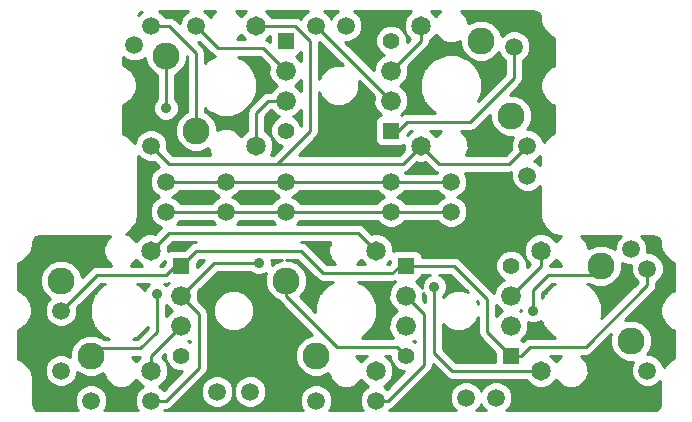
<source format=gtl>
G04 (created by PCBNEW (2013-may-18)-stable) date Sat 22 Aug 2015 11:35:59 PM EDT*
%MOIN*%
G04 Gerber Fmt 3.4, Leading zero omitted, Abs format*
%FSLAX34Y34*%
G01*
G70*
G90*
G04 APERTURE LIST*
%ADD10C,0.00590551*%
%ADD11C,0.065*%
%ADD12C,0.0590551*%
%ADD13C,0.066*%
%ADD14R,0.055X0.055*%
%ADD15C,0.055*%
%ADD16C,0.09*%
%ADD17C,0.035*%
%ADD18C,0.01*%
G04 APERTURE END LIST*
G54D10*
G54D11*
X55500Y-52000D03*
X55500Y-56000D03*
X50000Y-56000D03*
X50000Y-52000D03*
X51500Y-44500D03*
X51500Y-48500D03*
X42500Y-56000D03*
X42500Y-52000D03*
X46000Y-48500D03*
X46000Y-44500D03*
G54D12*
X59050Y-56000D03*
X39500Y-56000D03*
X39500Y-54000D03*
X54000Y-56900D03*
X48000Y-57000D03*
X53000Y-56900D03*
X50000Y-57000D03*
X58500Y-51950D03*
X49000Y-44500D03*
X59050Y-52600D03*
X42500Y-44500D03*
X44000Y-44500D03*
X42500Y-48500D03*
X41950Y-45150D03*
X42500Y-57000D03*
X55050Y-49500D03*
X48000Y-44500D03*
X55050Y-48500D03*
X54600Y-45200D03*
X40500Y-57000D03*
G54D13*
X43500Y-54500D03*
X43500Y-53500D03*
X50500Y-46000D03*
X50500Y-47000D03*
X47000Y-47000D03*
X47000Y-46000D03*
X51000Y-54500D03*
X51000Y-53500D03*
X54500Y-53500D03*
X54500Y-54500D03*
G54D14*
X43500Y-52500D03*
G54D15*
X43500Y-55500D03*
G54D14*
X50500Y-48000D03*
G54D15*
X50500Y-45000D03*
G54D14*
X51000Y-52500D03*
G54D15*
X51000Y-55500D03*
G54D14*
X47000Y-45000D03*
G54D15*
X47000Y-48000D03*
G54D14*
X54500Y-55500D03*
G54D15*
X54500Y-52500D03*
G54D16*
X39500Y-53000D03*
X40500Y-55500D03*
X54500Y-47500D03*
X53500Y-45000D03*
X47000Y-53000D03*
X48000Y-55500D03*
X58500Y-55000D03*
X57500Y-52500D03*
X43000Y-45500D03*
X44000Y-48000D03*
G54D12*
X45800Y-56700D03*
X52500Y-50700D03*
X43000Y-49700D03*
X45000Y-49700D03*
X47000Y-49700D03*
X50500Y-49700D03*
X52500Y-49700D03*
X50500Y-50700D03*
X47000Y-50700D03*
X45000Y-50700D03*
X43000Y-50700D03*
X44700Y-56700D03*
G54D17*
X51950Y-53200D03*
X46100Y-52400D03*
X42700Y-53450D03*
X55250Y-54000D03*
X43000Y-47250D03*
G54D18*
X50500Y-47000D02*
X48000Y-44500D01*
X51000Y-53500D02*
X51600Y-54100D01*
X50400Y-57000D02*
X50000Y-57000D01*
X51600Y-55800D02*
X50400Y-57000D01*
X51600Y-54100D02*
X51600Y-55800D01*
X42500Y-52000D02*
X43100Y-51400D01*
X49400Y-51400D02*
X50000Y-52000D01*
X43100Y-51400D02*
X49400Y-51400D01*
X51950Y-53200D02*
X51950Y-55400D01*
X51950Y-55400D02*
X52550Y-56000D01*
X52550Y-56000D02*
X55500Y-56000D01*
X54500Y-55500D02*
X54850Y-55500D01*
X59050Y-53150D02*
X59050Y-52600D01*
X57000Y-55200D02*
X59050Y-53150D01*
X55150Y-55200D02*
X57000Y-55200D01*
X54850Y-55500D02*
X55150Y-55200D01*
X43500Y-52500D02*
X43300Y-52500D01*
X40700Y-52800D02*
X39500Y-54000D01*
X43000Y-52800D02*
X40700Y-52800D01*
X43300Y-52500D02*
X43000Y-52800D01*
X51000Y-52500D02*
X52600Y-52500D01*
X53700Y-54700D02*
X54500Y-55500D01*
X53700Y-53600D02*
X53700Y-54700D01*
X52600Y-52500D02*
X53700Y-53600D01*
X51000Y-52500D02*
X50800Y-52500D01*
X44000Y-52000D02*
X43500Y-52500D01*
X47500Y-52000D02*
X44000Y-52000D01*
X48250Y-52750D02*
X47500Y-52000D01*
X50550Y-52750D02*
X48250Y-52750D01*
X50800Y-52500D02*
X50550Y-52750D01*
X51500Y-48500D02*
X52100Y-49100D01*
X54450Y-49100D02*
X55050Y-48500D01*
X52100Y-49100D02*
X54450Y-49100D01*
X46700Y-49100D02*
X50900Y-49100D01*
X50900Y-49100D02*
X51500Y-48500D01*
X46700Y-49100D02*
X43100Y-49100D01*
X42500Y-48500D02*
X43100Y-49100D01*
X46700Y-49100D02*
X47800Y-48000D01*
X47300Y-44500D02*
X46000Y-44500D01*
X47800Y-45000D02*
X47300Y-44500D01*
X47800Y-48000D02*
X47800Y-45000D01*
X50500Y-48000D02*
X50750Y-48000D01*
X54600Y-46250D02*
X54600Y-45200D01*
X53150Y-47700D02*
X54600Y-46250D01*
X51050Y-47700D02*
X53150Y-47700D01*
X50750Y-48000D02*
X51050Y-47700D01*
X44600Y-52400D02*
X46100Y-52400D01*
X43500Y-53500D02*
X44600Y-52400D01*
X42500Y-57000D02*
X43000Y-57000D01*
X44100Y-54100D02*
X43500Y-53500D01*
X44100Y-55900D02*
X44100Y-54100D01*
X43000Y-57000D02*
X44100Y-55900D01*
X44000Y-44500D02*
X44750Y-45250D01*
X46250Y-45250D02*
X47000Y-46000D01*
X44750Y-45250D02*
X46250Y-45250D01*
X42700Y-53450D02*
X42700Y-54700D01*
X42700Y-54700D02*
X42150Y-55250D01*
X42150Y-55250D02*
X40750Y-55250D01*
X40750Y-55250D02*
X40500Y-55500D01*
X44000Y-48000D02*
X44000Y-45400D01*
X43100Y-44500D02*
X42500Y-44500D01*
X44000Y-45400D02*
X43100Y-44500D01*
X57200Y-52800D02*
X57500Y-52500D01*
X55750Y-52800D02*
X57200Y-52800D01*
X55250Y-53300D02*
X55750Y-52800D01*
X55250Y-54000D02*
X55250Y-53300D01*
X50500Y-49700D02*
X52500Y-49700D01*
X47000Y-49700D02*
X50500Y-49700D01*
X45000Y-49700D02*
X47000Y-49700D01*
X43000Y-49700D02*
X45000Y-49700D01*
X50500Y-50700D02*
X52500Y-50700D01*
X47000Y-50700D02*
X50500Y-50700D01*
X45000Y-50700D02*
X47000Y-50700D01*
X45000Y-50700D02*
X43000Y-50700D01*
X51500Y-44500D02*
X51500Y-45000D01*
X51500Y-45000D02*
X50500Y-46000D01*
X42500Y-56000D02*
X42500Y-55500D01*
X42500Y-55500D02*
X43500Y-54500D01*
X51000Y-55500D02*
X50700Y-55200D01*
X47000Y-53500D02*
X47000Y-53000D01*
X48700Y-55200D02*
X47000Y-53500D01*
X50700Y-55200D02*
X48700Y-55200D01*
X54500Y-53500D02*
X55500Y-52500D01*
X55500Y-52500D02*
X55500Y-52000D01*
X47000Y-47000D02*
X46400Y-47000D01*
X46000Y-47400D02*
X46000Y-48500D01*
X46400Y-47000D02*
X46000Y-47400D01*
X43000Y-45500D02*
X43000Y-47250D01*
G54D10*
G36*
X42136Y-55550D02*
X42012Y-55673D01*
X42006Y-55689D01*
X42004Y-55689D01*
X41996Y-55669D01*
X41877Y-55550D01*
X42136Y-55550D01*
X42136Y-55550D01*
G37*
G54D18*
X42136Y-55550D02*
X42012Y-55673D01*
X42006Y-55689D01*
X42004Y-55689D01*
X41996Y-55669D01*
X41877Y-55550D01*
X42136Y-55550D01*
G54D10*
G36*
X42195Y-44035D02*
X42191Y-44037D01*
X42086Y-44142D01*
X42088Y-44132D01*
X42125Y-44076D01*
X42183Y-44038D01*
X42195Y-44035D01*
X42195Y-44035D01*
G37*
G54D18*
X42195Y-44035D02*
X42191Y-44037D01*
X42086Y-44142D01*
X42088Y-44132D01*
X42125Y-44076D01*
X42183Y-44038D01*
X42195Y-44035D01*
G54D10*
G36*
X42204Y-52500D02*
X41821Y-52500D01*
X41830Y-52496D01*
X41995Y-52331D01*
X42004Y-52310D01*
X42006Y-52310D01*
X42012Y-52325D01*
X42173Y-52487D01*
X42204Y-52500D01*
X42204Y-52500D01*
G37*
G54D18*
X42204Y-52500D02*
X41821Y-52500D01*
X41830Y-52496D01*
X41995Y-52331D01*
X42004Y-52310D01*
X42006Y-52310D01*
X42012Y-52325D01*
X42173Y-52487D01*
X42204Y-52500D01*
G54D10*
G36*
X42243Y-56516D02*
X42191Y-56537D01*
X42038Y-56690D01*
X41954Y-56891D01*
X41954Y-57107D01*
X42037Y-57308D01*
X42059Y-57330D01*
X40940Y-57330D01*
X40961Y-57309D01*
X41045Y-57108D01*
X41045Y-56892D01*
X40962Y-56691D01*
X40809Y-56538D01*
X40608Y-56454D01*
X40392Y-56454D01*
X40191Y-56537D01*
X40038Y-56690D01*
X39954Y-56891D01*
X39954Y-57107D01*
X40037Y-57308D01*
X40059Y-57330D01*
X38775Y-57330D01*
X38683Y-57311D01*
X38625Y-57273D01*
X38588Y-57217D01*
X38569Y-57123D01*
X38569Y-56300D01*
X38564Y-56273D01*
X38564Y-56247D01*
X38528Y-56066D01*
X38528Y-56065D01*
X38488Y-55968D01*
X38384Y-55814D01*
X38310Y-55739D01*
X38309Y-55739D01*
X38156Y-55637D01*
X38156Y-55636D01*
X38069Y-55600D01*
X38069Y-54654D01*
X38134Y-54627D01*
X38280Y-54530D01*
X38354Y-54455D01*
X38355Y-54455D01*
X38451Y-54310D01*
X38452Y-54309D01*
X38492Y-54212D01*
X38527Y-54040D01*
X38527Y-54040D01*
X38527Y-54039D01*
X38527Y-53987D01*
X38527Y-53935D01*
X38527Y-53934D01*
X38527Y-53934D01*
X38492Y-53762D01*
X38452Y-53665D01*
X38451Y-53664D01*
X38355Y-53519D01*
X38354Y-53519D01*
X38280Y-53444D01*
X38134Y-53347D01*
X38069Y-53320D01*
X38069Y-52424D01*
X38156Y-52388D01*
X38156Y-52387D01*
X38309Y-52285D01*
X38310Y-52285D01*
X38384Y-52210D01*
X38488Y-52056D01*
X38528Y-51959D01*
X38528Y-51958D01*
X38564Y-51777D01*
X38564Y-51753D01*
X38564Y-51752D01*
X38588Y-51632D01*
X38625Y-51576D01*
X38683Y-51538D01*
X38775Y-51519D01*
X41153Y-51519D01*
X41004Y-51668D01*
X40995Y-51689D01*
X40989Y-51691D01*
X40954Y-51787D01*
X40915Y-51883D01*
X40915Y-51896D01*
X40910Y-51909D01*
X40914Y-52012D01*
X40914Y-52115D01*
X40920Y-52128D01*
X40920Y-52142D01*
X40989Y-52308D01*
X40995Y-52310D01*
X41003Y-52330D01*
X41168Y-52495D01*
X41178Y-52500D01*
X40700Y-52500D01*
X40585Y-52522D01*
X40487Y-52587D01*
X40200Y-52875D01*
X40200Y-52861D01*
X40093Y-52604D01*
X39897Y-52406D01*
X39639Y-52300D01*
X39361Y-52299D01*
X39104Y-52406D01*
X38906Y-52602D01*
X38800Y-52860D01*
X38799Y-53138D01*
X38906Y-53396D01*
X39102Y-53593D01*
X39126Y-53602D01*
X39038Y-53690D01*
X38954Y-53891D01*
X38954Y-54107D01*
X39037Y-54308D01*
X39190Y-54461D01*
X39391Y-54545D01*
X39607Y-54545D01*
X39808Y-54462D01*
X39961Y-54309D01*
X40045Y-54108D01*
X40045Y-53892D01*
X40041Y-53882D01*
X40824Y-53100D01*
X40963Y-53100D01*
X40920Y-53117D01*
X40919Y-53119D01*
X40914Y-53122D01*
X40623Y-53412D01*
X40620Y-53419D01*
X40617Y-53420D01*
X40542Y-53607D01*
X40465Y-53793D01*
X40465Y-53798D01*
X40463Y-53802D01*
X40464Y-54003D01*
X40464Y-54204D01*
X40466Y-54209D01*
X40466Y-54214D01*
X40617Y-54579D01*
X40619Y-54580D01*
X40622Y-54585D01*
X40912Y-54876D01*
X40919Y-54879D01*
X40920Y-54882D01*
X41088Y-54950D01*
X40940Y-54950D01*
X40897Y-54906D01*
X40639Y-54800D01*
X40361Y-54799D01*
X40104Y-54906D01*
X39906Y-55102D01*
X39800Y-55360D01*
X39799Y-55534D01*
X39608Y-55454D01*
X39392Y-55454D01*
X39191Y-55537D01*
X39038Y-55690D01*
X38954Y-55891D01*
X38954Y-56107D01*
X39037Y-56308D01*
X39190Y-56461D01*
X39391Y-56545D01*
X39607Y-56545D01*
X39808Y-56462D01*
X39961Y-56309D01*
X40045Y-56108D01*
X40045Y-56035D01*
X40102Y-56093D01*
X40360Y-56199D01*
X40638Y-56200D01*
X40896Y-56093D01*
X40914Y-56074D01*
X40914Y-56115D01*
X40920Y-56128D01*
X40920Y-56142D01*
X40989Y-56308D01*
X40995Y-56310D01*
X41003Y-56330D01*
X41168Y-56495D01*
X41189Y-56504D01*
X41191Y-56510D01*
X41287Y-56545D01*
X41383Y-56584D01*
X41396Y-56584D01*
X41409Y-56589D01*
X41512Y-56585D01*
X41615Y-56585D01*
X41628Y-56579D01*
X41642Y-56579D01*
X41808Y-56510D01*
X41810Y-56504D01*
X41830Y-56496D01*
X41995Y-56331D01*
X42004Y-56310D01*
X42006Y-56310D01*
X42012Y-56325D01*
X42173Y-56487D01*
X42243Y-56516D01*
X42243Y-56516D01*
G37*
G54D18*
X42243Y-56516D02*
X42191Y-56537D01*
X42038Y-56690D01*
X41954Y-56891D01*
X41954Y-57107D01*
X42037Y-57308D01*
X42059Y-57330D01*
X40940Y-57330D01*
X40961Y-57309D01*
X41045Y-57108D01*
X41045Y-56892D01*
X40962Y-56691D01*
X40809Y-56538D01*
X40608Y-56454D01*
X40392Y-56454D01*
X40191Y-56537D01*
X40038Y-56690D01*
X39954Y-56891D01*
X39954Y-57107D01*
X40037Y-57308D01*
X40059Y-57330D01*
X38775Y-57330D01*
X38683Y-57311D01*
X38625Y-57273D01*
X38588Y-57217D01*
X38569Y-57123D01*
X38569Y-56300D01*
X38564Y-56273D01*
X38564Y-56247D01*
X38528Y-56066D01*
X38528Y-56065D01*
X38488Y-55968D01*
X38384Y-55814D01*
X38310Y-55739D01*
X38309Y-55739D01*
X38156Y-55637D01*
X38156Y-55636D01*
X38069Y-55600D01*
X38069Y-54654D01*
X38134Y-54627D01*
X38280Y-54530D01*
X38354Y-54455D01*
X38355Y-54455D01*
X38451Y-54310D01*
X38452Y-54309D01*
X38492Y-54212D01*
X38527Y-54040D01*
X38527Y-54040D01*
X38527Y-54039D01*
X38527Y-53987D01*
X38527Y-53935D01*
X38527Y-53934D01*
X38527Y-53934D01*
X38492Y-53762D01*
X38452Y-53665D01*
X38451Y-53664D01*
X38355Y-53519D01*
X38354Y-53519D01*
X38280Y-53444D01*
X38134Y-53347D01*
X38069Y-53320D01*
X38069Y-52424D01*
X38156Y-52388D01*
X38156Y-52387D01*
X38309Y-52285D01*
X38310Y-52285D01*
X38384Y-52210D01*
X38488Y-52056D01*
X38528Y-51959D01*
X38528Y-51958D01*
X38564Y-51777D01*
X38564Y-51753D01*
X38564Y-51752D01*
X38588Y-51632D01*
X38625Y-51576D01*
X38683Y-51538D01*
X38775Y-51519D01*
X41153Y-51519D01*
X41004Y-51668D01*
X40995Y-51689D01*
X40989Y-51691D01*
X40954Y-51787D01*
X40915Y-51883D01*
X40915Y-51896D01*
X40910Y-51909D01*
X40914Y-52012D01*
X40914Y-52115D01*
X40920Y-52128D01*
X40920Y-52142D01*
X40989Y-52308D01*
X40995Y-52310D01*
X41003Y-52330D01*
X41168Y-52495D01*
X41178Y-52500D01*
X40700Y-52500D01*
X40585Y-52522D01*
X40487Y-52587D01*
X40200Y-52875D01*
X40200Y-52861D01*
X40093Y-52604D01*
X39897Y-52406D01*
X39639Y-52300D01*
X39361Y-52299D01*
X39104Y-52406D01*
X38906Y-52602D01*
X38800Y-52860D01*
X38799Y-53138D01*
X38906Y-53396D01*
X39102Y-53593D01*
X39126Y-53602D01*
X39038Y-53690D01*
X38954Y-53891D01*
X38954Y-54107D01*
X39037Y-54308D01*
X39190Y-54461D01*
X39391Y-54545D01*
X39607Y-54545D01*
X39808Y-54462D01*
X39961Y-54309D01*
X40045Y-54108D01*
X40045Y-53892D01*
X40041Y-53882D01*
X40824Y-53100D01*
X40963Y-53100D01*
X40920Y-53117D01*
X40919Y-53119D01*
X40914Y-53122D01*
X40623Y-53412D01*
X40620Y-53419D01*
X40617Y-53420D01*
X40542Y-53607D01*
X40465Y-53793D01*
X40465Y-53798D01*
X40463Y-53802D01*
X40464Y-54003D01*
X40464Y-54204D01*
X40466Y-54209D01*
X40466Y-54214D01*
X40617Y-54579D01*
X40619Y-54580D01*
X40622Y-54585D01*
X40912Y-54876D01*
X40919Y-54879D01*
X40920Y-54882D01*
X41088Y-54950D01*
X40940Y-54950D01*
X40897Y-54906D01*
X40639Y-54800D01*
X40361Y-54799D01*
X40104Y-54906D01*
X39906Y-55102D01*
X39800Y-55360D01*
X39799Y-55534D01*
X39608Y-55454D01*
X39392Y-55454D01*
X39191Y-55537D01*
X39038Y-55690D01*
X38954Y-55891D01*
X38954Y-56107D01*
X39037Y-56308D01*
X39190Y-56461D01*
X39391Y-56545D01*
X39607Y-56545D01*
X39808Y-56462D01*
X39961Y-56309D01*
X40045Y-56108D01*
X40045Y-56035D01*
X40102Y-56093D01*
X40360Y-56199D01*
X40638Y-56200D01*
X40896Y-56093D01*
X40914Y-56074D01*
X40914Y-56115D01*
X40920Y-56128D01*
X40920Y-56142D01*
X40989Y-56308D01*
X40995Y-56310D01*
X41003Y-56330D01*
X41168Y-56495D01*
X41189Y-56504D01*
X41191Y-56510D01*
X41287Y-56545D01*
X41383Y-56584D01*
X41396Y-56584D01*
X41409Y-56589D01*
X41512Y-56585D01*
X41615Y-56585D01*
X41628Y-56579D01*
X41642Y-56579D01*
X41808Y-56510D01*
X41810Y-56504D01*
X41830Y-56496D01*
X41995Y-56331D01*
X42004Y-56310D01*
X42006Y-56310D01*
X42012Y-56325D01*
X42173Y-56487D01*
X42243Y-56516D01*
G54D10*
G36*
X42400Y-54575D02*
X42025Y-54950D01*
X41915Y-54950D01*
X42079Y-54882D01*
X42080Y-54880D01*
X42085Y-54877D01*
X42376Y-54587D01*
X42379Y-54580D01*
X42382Y-54579D01*
X42400Y-54535D01*
X42400Y-54575D01*
X42400Y-54575D01*
G37*
G54D18*
X42400Y-54575D02*
X42025Y-54950D01*
X41915Y-54950D01*
X42079Y-54882D01*
X42080Y-54880D01*
X42085Y-54877D01*
X42376Y-54587D01*
X42379Y-54580D01*
X42382Y-54579D01*
X42400Y-54535D01*
X42400Y-54575D01*
G54D10*
G36*
X42449Y-53100D02*
X42339Y-53208D01*
X42290Y-53327D01*
X42087Y-53123D01*
X42080Y-53120D01*
X42079Y-53117D01*
X42035Y-53100D01*
X42449Y-53100D01*
X42449Y-53100D01*
G37*
G54D18*
X42449Y-53100D02*
X42339Y-53208D01*
X42290Y-53327D01*
X42087Y-53123D01*
X42080Y-53120D01*
X42079Y-53117D01*
X42035Y-53100D01*
X42449Y-53100D01*
G54D10*
G36*
X42848Y-51227D02*
X42640Y-51435D01*
X42614Y-51425D01*
X42386Y-51424D01*
X42174Y-51512D01*
X42012Y-51673D01*
X42006Y-51689D01*
X42004Y-51689D01*
X41996Y-51669D01*
X41831Y-51504D01*
X41810Y-51495D01*
X41808Y-51489D01*
X41712Y-51454D01*
X41662Y-51434D01*
X41809Y-51335D01*
X41810Y-51335D01*
X41884Y-51260D01*
X41988Y-51106D01*
X42028Y-51009D01*
X42028Y-51008D01*
X42064Y-50827D01*
X42064Y-50776D01*
X42069Y-50750D01*
X42069Y-48840D01*
X42190Y-48961D01*
X42391Y-49045D01*
X42607Y-49045D01*
X42617Y-49041D01*
X42777Y-49201D01*
X42691Y-49237D01*
X42538Y-49390D01*
X42454Y-49591D01*
X42454Y-49807D01*
X42537Y-50008D01*
X42690Y-50161D01*
X42782Y-50199D01*
X42691Y-50237D01*
X42538Y-50390D01*
X42454Y-50591D01*
X42454Y-50807D01*
X42537Y-51008D01*
X42690Y-51161D01*
X42848Y-51227D01*
X42848Y-51227D01*
G37*
G54D18*
X42848Y-51227D02*
X42640Y-51435D01*
X42614Y-51425D01*
X42386Y-51424D01*
X42174Y-51512D01*
X42012Y-51673D01*
X42006Y-51689D01*
X42004Y-51689D01*
X41996Y-51669D01*
X41831Y-51504D01*
X41810Y-51495D01*
X41808Y-51489D01*
X41712Y-51454D01*
X41662Y-51434D01*
X41809Y-51335D01*
X41810Y-51335D01*
X41884Y-51260D01*
X41988Y-51106D01*
X42028Y-51009D01*
X42028Y-51008D01*
X42064Y-50827D01*
X42064Y-50776D01*
X42069Y-50750D01*
X42069Y-48840D01*
X42190Y-48961D01*
X42391Y-49045D01*
X42607Y-49045D01*
X42617Y-49041D01*
X42777Y-49201D01*
X42691Y-49237D01*
X42538Y-49390D01*
X42454Y-49591D01*
X42454Y-49807D01*
X42537Y-50008D01*
X42690Y-50161D01*
X42782Y-50199D01*
X42691Y-50237D01*
X42538Y-50390D01*
X42454Y-50591D01*
X42454Y-50807D01*
X42537Y-51008D01*
X42690Y-51161D01*
X42848Y-51227D01*
G54D10*
G36*
X42974Y-52400D02*
X42875Y-52500D01*
X42795Y-52500D01*
X42825Y-52487D01*
X42974Y-52338D01*
X42974Y-52400D01*
X42974Y-52400D01*
G37*
G54D18*
X42974Y-52400D02*
X42875Y-52500D01*
X42795Y-52500D01*
X42825Y-52487D01*
X42974Y-52338D01*
X42974Y-52400D01*
G54D10*
G36*
X43099Y-53080D02*
X43015Y-53164D01*
X42951Y-53100D01*
X43000Y-53100D01*
X43000Y-53099D01*
X43099Y-53080D01*
X43099Y-53080D01*
G37*
G54D18*
X43099Y-53080D02*
X43015Y-53164D01*
X42951Y-53100D01*
X43000Y-53100D01*
X43000Y-53099D01*
X43099Y-53080D01*
G54D10*
G36*
X43191Y-53999D02*
X43171Y-54008D01*
X43008Y-54171D01*
X43000Y-54191D01*
X43000Y-53808D01*
X43008Y-53828D01*
X43171Y-53991D01*
X43191Y-53999D01*
X43191Y-53999D01*
G37*
G54D18*
X43191Y-53999D02*
X43171Y-54008D01*
X43008Y-54171D01*
X43000Y-54191D01*
X43000Y-53808D01*
X43008Y-53828D01*
X43171Y-53991D01*
X43191Y-53999D01*
G54D10*
G36*
X43550Y-56025D02*
X42923Y-56652D01*
X42809Y-56538D01*
X42756Y-56516D01*
X42825Y-56487D01*
X42987Y-56326D01*
X43074Y-56114D01*
X43075Y-55886D01*
X42987Y-55674D01*
X42868Y-55555D01*
X42975Y-55449D01*
X42974Y-55603D01*
X43054Y-55797D01*
X43202Y-55944D01*
X43395Y-56024D01*
X43550Y-56025D01*
X43550Y-56025D01*
G37*
G54D18*
X43550Y-56025D02*
X42923Y-56652D01*
X42809Y-56538D01*
X42756Y-56516D01*
X42825Y-56487D01*
X42987Y-56326D01*
X43074Y-56114D01*
X43075Y-55886D01*
X42987Y-55674D01*
X42868Y-55555D01*
X42975Y-55449D01*
X42974Y-55603D01*
X43054Y-55797D01*
X43202Y-55944D01*
X43395Y-56024D01*
X43550Y-56025D01*
G54D10*
G36*
X43734Y-44019D02*
X43691Y-44037D01*
X43538Y-44190D01*
X43454Y-44391D01*
X43454Y-44430D01*
X43312Y-44287D01*
X43214Y-44222D01*
X43100Y-44200D01*
X42966Y-44200D01*
X42962Y-44191D01*
X42809Y-44038D01*
X42765Y-44019D01*
X43734Y-44019D01*
X43734Y-44019D01*
G37*
G54D18*
X43734Y-44019D02*
X43691Y-44037D01*
X43538Y-44190D01*
X43454Y-44391D01*
X43454Y-44430D01*
X43312Y-44287D01*
X43214Y-44222D01*
X43100Y-44200D01*
X42966Y-44200D01*
X42962Y-44191D01*
X42809Y-44038D01*
X42765Y-44019D01*
X43734Y-44019D01*
G54D10*
G36*
X43800Y-55057D02*
X43797Y-55055D01*
X43736Y-55029D01*
X43800Y-55003D01*
X43800Y-55057D01*
X43800Y-55057D01*
G37*
G54D18*
X43800Y-55057D02*
X43797Y-55055D01*
X43736Y-55029D01*
X43800Y-55003D01*
X43800Y-55057D01*
G54D10*
G36*
X44000Y-51700D02*
X43885Y-51722D01*
X43787Y-51787D01*
X43600Y-51974D01*
X43175Y-51974D01*
X43083Y-52012D01*
X43074Y-52021D01*
X43075Y-51886D01*
X43064Y-51859D01*
X43224Y-51700D01*
X44000Y-51700D01*
X44000Y-51700D01*
G37*
G54D18*
X44000Y-51700D02*
X43885Y-51722D01*
X43787Y-51787D01*
X43600Y-51974D01*
X43175Y-51974D01*
X43083Y-52012D01*
X43074Y-52021D01*
X43075Y-51886D01*
X43064Y-51859D01*
X43224Y-51700D01*
X44000Y-51700D01*
G54D10*
G36*
X44275Y-52300D02*
X44025Y-52550D01*
X44025Y-52399D01*
X44124Y-52300D01*
X44275Y-52300D01*
X44275Y-52300D01*
G37*
G54D18*
X44275Y-52300D02*
X44025Y-52550D01*
X44025Y-52399D01*
X44124Y-52300D01*
X44275Y-52300D01*
G54D10*
G36*
X44486Y-48800D02*
X43224Y-48800D01*
X43041Y-48617D01*
X43045Y-48608D01*
X43045Y-48392D01*
X42962Y-48191D01*
X42809Y-48038D01*
X42608Y-47954D01*
X42392Y-47954D01*
X42191Y-48037D01*
X42038Y-48190D01*
X41954Y-48391D01*
X41954Y-48418D01*
X41884Y-48314D01*
X41810Y-48239D01*
X41809Y-48239D01*
X41656Y-48137D01*
X41656Y-48136D01*
X41569Y-48100D01*
X41569Y-47154D01*
X41634Y-47127D01*
X41780Y-47030D01*
X41854Y-46955D01*
X41855Y-46955D01*
X41951Y-46810D01*
X41952Y-46809D01*
X41992Y-46712D01*
X42027Y-46540D01*
X42027Y-46540D01*
X42027Y-46539D01*
X42027Y-46487D01*
X42027Y-46435D01*
X42027Y-46434D01*
X42027Y-46434D01*
X41992Y-46262D01*
X41952Y-46165D01*
X41951Y-46164D01*
X41855Y-46019D01*
X41854Y-46019D01*
X41780Y-45944D01*
X41634Y-45847D01*
X41569Y-45820D01*
X41569Y-45540D01*
X41640Y-45611D01*
X41841Y-45695D01*
X42057Y-45695D01*
X42258Y-45612D01*
X42299Y-45571D01*
X42299Y-45638D01*
X42406Y-45896D01*
X42602Y-46093D01*
X42700Y-46133D01*
X42700Y-46948D01*
X42639Y-47008D01*
X42575Y-47165D01*
X42574Y-47334D01*
X42639Y-47490D01*
X42758Y-47610D01*
X42915Y-47674D01*
X43084Y-47675D01*
X43240Y-47610D01*
X43360Y-47491D01*
X43424Y-47334D01*
X43425Y-47165D01*
X43360Y-47009D01*
X43300Y-46948D01*
X43300Y-46133D01*
X43396Y-46093D01*
X43593Y-45897D01*
X43699Y-45639D01*
X43699Y-45524D01*
X43700Y-45524D01*
X43700Y-47366D01*
X43604Y-47406D01*
X43406Y-47602D01*
X43300Y-47860D01*
X43299Y-48138D01*
X43406Y-48396D01*
X43602Y-48593D01*
X43860Y-48699D01*
X44138Y-48700D01*
X44396Y-48593D01*
X44414Y-48574D01*
X44414Y-48615D01*
X44420Y-48628D01*
X44420Y-48642D01*
X44486Y-48800D01*
X44486Y-48800D01*
G37*
G54D18*
X44486Y-48800D02*
X43224Y-48800D01*
X43041Y-48617D01*
X43045Y-48608D01*
X43045Y-48392D01*
X42962Y-48191D01*
X42809Y-48038D01*
X42608Y-47954D01*
X42392Y-47954D01*
X42191Y-48037D01*
X42038Y-48190D01*
X41954Y-48391D01*
X41954Y-48418D01*
X41884Y-48314D01*
X41810Y-48239D01*
X41809Y-48239D01*
X41656Y-48137D01*
X41656Y-48136D01*
X41569Y-48100D01*
X41569Y-47154D01*
X41634Y-47127D01*
X41780Y-47030D01*
X41854Y-46955D01*
X41855Y-46955D01*
X41951Y-46810D01*
X41952Y-46809D01*
X41992Y-46712D01*
X42027Y-46540D01*
X42027Y-46540D01*
X42027Y-46539D01*
X42027Y-46487D01*
X42027Y-46435D01*
X42027Y-46434D01*
X42027Y-46434D01*
X41992Y-46262D01*
X41952Y-46165D01*
X41951Y-46164D01*
X41855Y-46019D01*
X41854Y-46019D01*
X41780Y-45944D01*
X41634Y-45847D01*
X41569Y-45820D01*
X41569Y-45540D01*
X41640Y-45611D01*
X41841Y-45695D01*
X42057Y-45695D01*
X42258Y-45612D01*
X42299Y-45571D01*
X42299Y-45638D01*
X42406Y-45896D01*
X42602Y-46093D01*
X42700Y-46133D01*
X42700Y-46948D01*
X42639Y-47008D01*
X42575Y-47165D01*
X42574Y-47334D01*
X42639Y-47490D01*
X42758Y-47610D01*
X42915Y-47674D01*
X43084Y-47675D01*
X43240Y-47610D01*
X43360Y-47491D01*
X43424Y-47334D01*
X43425Y-47165D01*
X43360Y-47009D01*
X43300Y-46948D01*
X43300Y-46133D01*
X43396Y-46093D01*
X43593Y-45897D01*
X43699Y-45639D01*
X43699Y-45524D01*
X43700Y-45524D01*
X43700Y-47366D01*
X43604Y-47406D01*
X43406Y-47602D01*
X43300Y-47860D01*
X43299Y-48138D01*
X43406Y-48396D01*
X43602Y-48593D01*
X43860Y-48699D01*
X44138Y-48700D01*
X44396Y-48593D01*
X44414Y-48574D01*
X44414Y-48615D01*
X44420Y-48628D01*
X44420Y-48642D01*
X44486Y-48800D01*
G54D10*
G36*
X44628Y-51100D02*
X43371Y-51100D01*
X43461Y-51009D01*
X43465Y-51000D01*
X44533Y-51000D01*
X44537Y-51008D01*
X44628Y-51100D01*
X44628Y-51100D01*
G37*
G54D18*
X44628Y-51100D02*
X43371Y-51100D01*
X43461Y-51009D01*
X43465Y-51000D01*
X44533Y-51000D01*
X44537Y-51008D01*
X44628Y-51100D01*
G54D10*
G36*
X44638Y-45527D02*
X44420Y-45617D01*
X44419Y-45619D01*
X44414Y-45622D01*
X44300Y-45736D01*
X44300Y-45400D01*
X44277Y-45285D01*
X44212Y-45187D01*
X44212Y-45187D01*
X44069Y-45045D01*
X44107Y-45045D01*
X44117Y-45041D01*
X44537Y-45462D01*
X44537Y-45462D01*
X44635Y-45527D01*
X44638Y-45527D01*
X44638Y-45527D01*
G37*
G54D18*
X44638Y-45527D02*
X44420Y-45617D01*
X44419Y-45619D01*
X44414Y-45622D01*
X44300Y-45736D01*
X44300Y-45400D01*
X44277Y-45285D01*
X44212Y-45187D01*
X44212Y-45187D01*
X44069Y-45045D01*
X44107Y-45045D01*
X44117Y-45041D01*
X44537Y-45462D01*
X44537Y-45462D01*
X44635Y-45527D01*
X44638Y-45527D01*
G54D10*
G36*
X44653Y-44019D02*
X44504Y-44168D01*
X44495Y-44189D01*
X44489Y-44191D01*
X44476Y-44226D01*
X44462Y-44191D01*
X44309Y-44038D01*
X44265Y-44019D01*
X44653Y-44019D01*
X44653Y-44019D01*
G37*
G54D18*
X44653Y-44019D02*
X44504Y-44168D01*
X44495Y-44189D01*
X44489Y-44191D01*
X44476Y-44226D01*
X44462Y-44191D01*
X44309Y-44038D01*
X44265Y-44019D01*
X44653Y-44019D01*
G54D10*
G36*
X44782Y-50199D02*
X44691Y-50237D01*
X44538Y-50390D01*
X44534Y-50400D01*
X43466Y-50400D01*
X43462Y-50391D01*
X43309Y-50238D01*
X43217Y-50200D01*
X43308Y-50162D01*
X43461Y-50009D01*
X43465Y-50000D01*
X44533Y-50000D01*
X44537Y-50008D01*
X44690Y-50161D01*
X44782Y-50199D01*
X44782Y-50199D01*
G37*
G54D18*
X44782Y-50199D02*
X44691Y-50237D01*
X44538Y-50390D01*
X44534Y-50400D01*
X43466Y-50400D01*
X43462Y-50391D01*
X43309Y-50238D01*
X43217Y-50200D01*
X43308Y-50162D01*
X43461Y-50009D01*
X43465Y-50000D01*
X44533Y-50000D01*
X44537Y-50008D01*
X44690Y-50161D01*
X44782Y-50199D01*
G54D10*
G36*
X45636Y-44950D02*
X45377Y-44950D01*
X45495Y-44831D01*
X45504Y-44810D01*
X45506Y-44810D01*
X45512Y-44825D01*
X45636Y-44950D01*
X45636Y-44950D01*
G37*
G54D18*
X45636Y-44950D02*
X45377Y-44950D01*
X45495Y-44831D01*
X45504Y-44810D01*
X45506Y-44810D01*
X45512Y-44825D01*
X45636Y-44950D01*
G54D10*
G36*
X45667Y-44019D02*
X45512Y-44173D01*
X45506Y-44189D01*
X45504Y-44189D01*
X45496Y-44169D01*
X45347Y-44019D01*
X45667Y-44019D01*
X45667Y-44019D01*
G37*
G54D18*
X45667Y-44019D02*
X45512Y-44173D01*
X45506Y-44189D01*
X45504Y-44189D01*
X45496Y-44169D01*
X45347Y-44019D01*
X45667Y-44019D01*
G54D10*
G36*
X46474Y-45050D02*
X46462Y-45037D01*
X46364Y-44972D01*
X46344Y-44968D01*
X46474Y-44838D01*
X46474Y-45050D01*
X46474Y-45050D01*
G37*
G54D18*
X46474Y-45050D02*
X46462Y-45037D01*
X46364Y-44972D01*
X46344Y-44968D01*
X46474Y-44838D01*
X46474Y-45050D01*
G54D10*
G36*
X46628Y-51100D02*
X45371Y-51100D01*
X45461Y-51009D01*
X45465Y-51000D01*
X46533Y-51000D01*
X46537Y-51008D01*
X46628Y-51100D01*
X46628Y-51100D01*
G37*
G54D18*
X46628Y-51100D02*
X45371Y-51100D01*
X45461Y-51009D01*
X45465Y-51000D01*
X46533Y-51000D01*
X46537Y-51008D01*
X46628Y-51100D01*
G54D10*
G36*
X46691Y-46499D02*
X46671Y-46508D01*
X46508Y-46671D01*
X46496Y-46700D01*
X46400Y-46700D01*
X46285Y-46722D01*
X46187Y-46787D01*
X45787Y-47187D01*
X45722Y-47285D01*
X45700Y-47400D01*
X45700Y-48001D01*
X45674Y-48012D01*
X45512Y-48173D01*
X45506Y-48189D01*
X45504Y-48189D01*
X45496Y-48169D01*
X45331Y-48004D01*
X45310Y-47995D01*
X45308Y-47989D01*
X45212Y-47954D01*
X45116Y-47915D01*
X45103Y-47915D01*
X45090Y-47910D01*
X44987Y-47914D01*
X44884Y-47914D01*
X44871Y-47920D01*
X44857Y-47920D01*
X44700Y-47986D01*
X44700Y-47861D01*
X44593Y-47604D01*
X44397Y-47406D01*
X44300Y-47366D01*
X44300Y-47263D01*
X44412Y-47376D01*
X44419Y-47379D01*
X44420Y-47382D01*
X44607Y-47457D01*
X44793Y-47534D01*
X44798Y-47534D01*
X44802Y-47536D01*
X45003Y-47535D01*
X45204Y-47535D01*
X45209Y-47533D01*
X45214Y-47533D01*
X45579Y-47382D01*
X45580Y-47380D01*
X45585Y-47377D01*
X45876Y-47087D01*
X45879Y-47080D01*
X45882Y-47079D01*
X45957Y-46892D01*
X46034Y-46706D01*
X46034Y-46701D01*
X46036Y-46697D01*
X46035Y-46496D01*
X46035Y-46295D01*
X46033Y-46290D01*
X46033Y-46285D01*
X45882Y-45920D01*
X45880Y-45919D01*
X45877Y-45914D01*
X45587Y-45623D01*
X45580Y-45620D01*
X45579Y-45617D01*
X45411Y-45550D01*
X46125Y-45550D01*
X46431Y-45856D01*
X46420Y-45884D01*
X46419Y-46114D01*
X46508Y-46328D01*
X46671Y-46491D01*
X46691Y-46499D01*
X46691Y-46499D01*
G37*
G54D18*
X46691Y-46499D02*
X46671Y-46508D01*
X46508Y-46671D01*
X46496Y-46700D01*
X46400Y-46700D01*
X46285Y-46722D01*
X46187Y-46787D01*
X45787Y-47187D01*
X45722Y-47285D01*
X45700Y-47400D01*
X45700Y-48001D01*
X45674Y-48012D01*
X45512Y-48173D01*
X45506Y-48189D01*
X45504Y-48189D01*
X45496Y-48169D01*
X45331Y-48004D01*
X45310Y-47995D01*
X45308Y-47989D01*
X45212Y-47954D01*
X45116Y-47915D01*
X45103Y-47915D01*
X45090Y-47910D01*
X44987Y-47914D01*
X44884Y-47914D01*
X44871Y-47920D01*
X44857Y-47920D01*
X44700Y-47986D01*
X44700Y-47861D01*
X44593Y-47604D01*
X44397Y-47406D01*
X44300Y-47366D01*
X44300Y-47263D01*
X44412Y-47376D01*
X44419Y-47379D01*
X44420Y-47382D01*
X44607Y-47457D01*
X44793Y-47534D01*
X44798Y-47534D01*
X44802Y-47536D01*
X45003Y-47535D01*
X45204Y-47535D01*
X45209Y-47533D01*
X45214Y-47533D01*
X45579Y-47382D01*
X45580Y-47380D01*
X45585Y-47377D01*
X45876Y-47087D01*
X45879Y-47080D01*
X45882Y-47079D01*
X45957Y-46892D01*
X46034Y-46706D01*
X46034Y-46701D01*
X46036Y-46697D01*
X46035Y-46496D01*
X46035Y-46295D01*
X46033Y-46290D01*
X46033Y-46285D01*
X45882Y-45920D01*
X45880Y-45919D01*
X45877Y-45914D01*
X45587Y-45623D01*
X45580Y-45620D01*
X45579Y-45617D01*
X45411Y-45550D01*
X46125Y-45550D01*
X46431Y-45856D01*
X46420Y-45884D01*
X46419Y-46114D01*
X46508Y-46328D01*
X46671Y-46491D01*
X46691Y-46499D01*
G54D10*
G36*
X46782Y-50199D02*
X46691Y-50237D01*
X46538Y-50390D01*
X46534Y-50400D01*
X45466Y-50400D01*
X45462Y-50391D01*
X45309Y-50238D01*
X45217Y-50200D01*
X45308Y-50162D01*
X45461Y-50009D01*
X45465Y-50000D01*
X46533Y-50000D01*
X46537Y-50008D01*
X46690Y-50161D01*
X46782Y-50199D01*
X46782Y-50199D01*
G37*
G54D18*
X46782Y-50199D02*
X46691Y-50237D01*
X46538Y-50390D01*
X46534Y-50400D01*
X45466Y-50400D01*
X45462Y-50391D01*
X45309Y-50238D01*
X45217Y-50200D01*
X45308Y-50162D01*
X45461Y-50009D01*
X45465Y-50000D01*
X46533Y-50000D01*
X46537Y-50008D01*
X46690Y-50161D01*
X46782Y-50199D01*
G54D10*
G36*
X46861Y-52300D02*
X46604Y-52406D01*
X46524Y-52485D01*
X46524Y-52484D01*
X46525Y-52315D01*
X46518Y-52300D01*
X46861Y-52300D01*
X46861Y-52300D01*
G37*
G54D18*
X46861Y-52300D02*
X46604Y-52406D01*
X46524Y-52485D01*
X46524Y-52484D01*
X46525Y-52315D01*
X46518Y-52300D01*
X46861Y-52300D01*
G54D10*
G36*
X46863Y-48511D02*
X46575Y-48800D01*
X46498Y-48800D01*
X46574Y-48614D01*
X46575Y-48386D01*
X46487Y-48174D01*
X46326Y-48012D01*
X46300Y-48001D01*
X46300Y-47524D01*
X46504Y-47319D01*
X46508Y-47328D01*
X46671Y-47491D01*
X46763Y-47529D01*
X46703Y-47554D01*
X46555Y-47702D01*
X46475Y-47895D01*
X46474Y-48103D01*
X46554Y-48297D01*
X46702Y-48444D01*
X46863Y-48511D01*
X46863Y-48511D01*
G37*
G54D18*
X46863Y-48511D02*
X46575Y-48800D01*
X46498Y-48800D01*
X46574Y-48614D01*
X46575Y-48386D01*
X46487Y-48174D01*
X46326Y-48012D01*
X46300Y-48001D01*
X46300Y-47524D01*
X46504Y-47319D01*
X46508Y-47328D01*
X46671Y-47491D01*
X46763Y-47529D01*
X46703Y-47554D01*
X46555Y-47702D01*
X46475Y-47895D01*
X46474Y-48103D01*
X46554Y-48297D01*
X46702Y-48444D01*
X46863Y-48511D01*
G54D10*
G36*
X47500Y-45691D02*
X47491Y-45671D01*
X47339Y-45518D01*
X47416Y-45487D01*
X47486Y-45416D01*
X47500Y-45385D01*
X47500Y-45691D01*
X47500Y-45691D01*
G37*
G54D18*
X47500Y-45691D02*
X47491Y-45671D01*
X47339Y-45518D01*
X47416Y-45487D01*
X47486Y-45416D01*
X47500Y-45385D01*
X47500Y-45691D01*
G54D10*
G36*
X47500Y-46691D02*
X47491Y-46671D01*
X47328Y-46508D01*
X47308Y-46500D01*
X47328Y-46491D01*
X47491Y-46328D01*
X47500Y-46308D01*
X47500Y-46691D01*
X47500Y-46691D01*
G37*
G54D18*
X47500Y-46691D02*
X47491Y-46671D01*
X47328Y-46508D01*
X47308Y-46500D01*
X47328Y-46491D01*
X47491Y-46328D01*
X47500Y-46308D01*
X47500Y-46691D01*
G54D10*
G36*
X47500Y-47835D02*
X47445Y-47703D01*
X47297Y-47555D01*
X47236Y-47529D01*
X47328Y-47491D01*
X47491Y-47328D01*
X47500Y-47308D01*
X47500Y-47835D01*
X47500Y-47835D01*
G37*
G54D18*
X47500Y-47835D02*
X47445Y-47703D01*
X47297Y-47555D01*
X47236Y-47529D01*
X47328Y-47491D01*
X47491Y-47328D01*
X47500Y-47308D01*
X47500Y-47835D01*
G54D10*
G36*
X47734Y-44019D02*
X47691Y-44037D01*
X47538Y-44190D01*
X47500Y-44280D01*
X47414Y-44222D01*
X47300Y-44200D01*
X46498Y-44200D01*
X46487Y-44174D01*
X46332Y-44019D01*
X47734Y-44019D01*
X47734Y-44019D01*
G37*
G54D18*
X47734Y-44019D02*
X47691Y-44037D01*
X47538Y-44190D01*
X47500Y-44280D01*
X47414Y-44222D01*
X47300Y-44200D01*
X46498Y-44200D01*
X46487Y-44174D01*
X46332Y-44019D01*
X47734Y-44019D01*
G54D10*
G36*
X48584Y-53050D02*
X48420Y-53117D01*
X48419Y-53119D01*
X48414Y-53122D01*
X48123Y-53412D01*
X48120Y-53419D01*
X48117Y-53420D01*
X48042Y-53607D01*
X47965Y-53793D01*
X47965Y-53798D01*
X47963Y-53802D01*
X47964Y-54003D01*
X47964Y-54040D01*
X47457Y-53532D01*
X47593Y-53397D01*
X47699Y-53139D01*
X47700Y-52861D01*
X47593Y-52604D01*
X47397Y-52406D01*
X47139Y-52300D01*
X47000Y-52300D01*
X47375Y-52300D01*
X48037Y-52962D01*
X48037Y-52962D01*
X48135Y-53027D01*
X48249Y-53049D01*
X48250Y-53050D01*
X48584Y-53050D01*
X48584Y-53050D01*
G37*
G54D18*
X48584Y-53050D02*
X48420Y-53117D01*
X48419Y-53119D01*
X48414Y-53122D01*
X48123Y-53412D01*
X48120Y-53419D01*
X48117Y-53420D01*
X48042Y-53607D01*
X47965Y-53793D01*
X47965Y-53798D01*
X47963Y-53802D01*
X47964Y-54003D01*
X47964Y-54040D01*
X47457Y-53532D01*
X47593Y-53397D01*
X47699Y-53139D01*
X47700Y-52861D01*
X47593Y-52604D01*
X47397Y-52406D01*
X47139Y-52300D01*
X47000Y-52300D01*
X47375Y-52300D01*
X48037Y-52962D01*
X48037Y-52962D01*
X48135Y-53027D01*
X48249Y-53049D01*
X48250Y-53050D01*
X48584Y-53050D01*
G54D10*
G36*
X48622Y-52450D02*
X48374Y-52450D01*
X47712Y-51787D01*
X47614Y-51722D01*
X47500Y-51700D01*
X48486Y-51700D01*
X48454Y-51787D01*
X48415Y-51883D01*
X48415Y-51896D01*
X48410Y-51909D01*
X48414Y-52012D01*
X48414Y-52115D01*
X48420Y-52128D01*
X48420Y-52142D01*
X48489Y-52308D01*
X48495Y-52310D01*
X48503Y-52330D01*
X48622Y-52450D01*
X48622Y-52450D01*
G37*
G54D18*
X48622Y-52450D02*
X48374Y-52450D01*
X47712Y-51787D01*
X47614Y-51722D01*
X47500Y-51700D01*
X48486Y-51700D01*
X48454Y-51787D01*
X48415Y-51883D01*
X48415Y-51896D01*
X48410Y-51909D01*
X48414Y-52012D01*
X48414Y-52115D01*
X48420Y-52128D01*
X48420Y-52142D01*
X48489Y-52308D01*
X48495Y-52310D01*
X48503Y-52330D01*
X48622Y-52450D01*
G54D10*
G36*
X48734Y-44019D02*
X48691Y-44037D01*
X48538Y-44190D01*
X48500Y-44282D01*
X48462Y-44191D01*
X48309Y-44038D01*
X48265Y-44019D01*
X48734Y-44019D01*
X48734Y-44019D01*
G37*
G54D18*
X48734Y-44019D02*
X48691Y-44037D01*
X48538Y-44190D01*
X48500Y-44282D01*
X48462Y-44191D01*
X48309Y-44038D01*
X48265Y-44019D01*
X48734Y-44019D01*
G54D10*
G36*
X48897Y-45821D02*
X48886Y-45817D01*
X48614Y-45816D01*
X48363Y-45920D01*
X48171Y-46112D01*
X48100Y-46284D01*
X48100Y-45045D01*
X48107Y-45045D01*
X48117Y-45041D01*
X48897Y-45821D01*
X48897Y-45821D01*
G37*
G54D18*
X48897Y-45821D02*
X48886Y-45817D01*
X48614Y-45816D01*
X48363Y-45920D01*
X48171Y-46112D01*
X48100Y-46284D01*
X48100Y-45045D01*
X48107Y-45045D01*
X48117Y-45041D01*
X48897Y-45821D01*
G54D10*
G36*
X49636Y-52450D02*
X49377Y-52450D01*
X49495Y-52331D01*
X49504Y-52310D01*
X49506Y-52310D01*
X49512Y-52325D01*
X49636Y-52450D01*
X49636Y-52450D01*
G37*
G54D18*
X49636Y-52450D02*
X49377Y-52450D01*
X49495Y-52331D01*
X49504Y-52310D01*
X49506Y-52310D01*
X49512Y-52325D01*
X49636Y-52450D01*
G54D10*
G36*
X49704Y-55500D02*
X49674Y-55512D01*
X49512Y-55673D01*
X49506Y-55689D01*
X49504Y-55689D01*
X49496Y-55669D01*
X49331Y-55504D01*
X49321Y-55500D01*
X49704Y-55500D01*
X49704Y-55500D01*
G37*
G54D18*
X49704Y-55500D02*
X49674Y-55512D01*
X49512Y-55673D01*
X49506Y-55689D01*
X49504Y-55689D01*
X49496Y-55669D01*
X49331Y-55504D01*
X49321Y-55500D01*
X49704Y-55500D01*
G54D10*
G36*
X49743Y-56516D02*
X49691Y-56537D01*
X49538Y-56690D01*
X49454Y-56891D01*
X49454Y-57107D01*
X49537Y-57308D01*
X49559Y-57330D01*
X48440Y-57330D01*
X48461Y-57309D01*
X48545Y-57108D01*
X48545Y-56892D01*
X48462Y-56691D01*
X48309Y-56538D01*
X48108Y-56454D01*
X47892Y-56454D01*
X47691Y-56537D01*
X47538Y-56690D01*
X47454Y-56891D01*
X47454Y-57107D01*
X47537Y-57308D01*
X47559Y-57330D01*
X46345Y-57330D01*
X46345Y-56592D01*
X46262Y-56391D01*
X46109Y-56238D01*
X45933Y-56164D01*
X45933Y-53864D01*
X45829Y-53613D01*
X45637Y-53421D01*
X45386Y-53317D01*
X45114Y-53316D01*
X44863Y-53420D01*
X44671Y-53612D01*
X44567Y-53863D01*
X44566Y-54135D01*
X44670Y-54386D01*
X44862Y-54578D01*
X45113Y-54682D01*
X45385Y-54683D01*
X45636Y-54579D01*
X45828Y-54387D01*
X45932Y-54136D01*
X45933Y-53864D01*
X45933Y-56164D01*
X45908Y-56154D01*
X45692Y-56154D01*
X45491Y-56237D01*
X45338Y-56390D01*
X45254Y-56591D01*
X45254Y-56807D01*
X45337Y-57008D01*
X45490Y-57161D01*
X45691Y-57245D01*
X45907Y-57245D01*
X46108Y-57162D01*
X46261Y-57009D01*
X46345Y-56808D01*
X46345Y-56592D01*
X46345Y-57330D01*
X45245Y-57330D01*
X45245Y-56592D01*
X45162Y-56391D01*
X45009Y-56238D01*
X44808Y-56154D01*
X44592Y-56154D01*
X44391Y-56237D01*
X44238Y-56390D01*
X44154Y-56591D01*
X44154Y-56807D01*
X44237Y-57008D01*
X44390Y-57161D01*
X44591Y-57245D01*
X44807Y-57245D01*
X45008Y-57162D01*
X45161Y-57009D01*
X45245Y-56808D01*
X45245Y-56592D01*
X45245Y-57330D01*
X42940Y-57330D01*
X42961Y-57309D01*
X42965Y-57300D01*
X43000Y-57300D01*
X43000Y-57299D01*
X43114Y-57277D01*
X43114Y-57277D01*
X43212Y-57212D01*
X44312Y-56112D01*
X44312Y-56112D01*
X44377Y-56014D01*
X44399Y-55900D01*
X44400Y-55900D01*
X44400Y-54100D01*
X44377Y-53985D01*
X44312Y-53887D01*
X44312Y-53887D01*
X44068Y-53643D01*
X44079Y-53615D01*
X44080Y-53385D01*
X44068Y-53356D01*
X44724Y-52700D01*
X45798Y-52700D01*
X45858Y-52760D01*
X46015Y-52824D01*
X46184Y-52825D01*
X46340Y-52760D01*
X46342Y-52758D01*
X46300Y-52860D01*
X46299Y-53138D01*
X46406Y-53396D01*
X46602Y-53593D01*
X46748Y-53653D01*
X46748Y-53653D01*
X46787Y-53712D01*
X47875Y-54799D01*
X47861Y-54799D01*
X47604Y-54906D01*
X47406Y-55102D01*
X47300Y-55360D01*
X47299Y-55638D01*
X47406Y-55896D01*
X47602Y-56093D01*
X47860Y-56199D01*
X48138Y-56200D01*
X48396Y-56093D01*
X48414Y-56074D01*
X48414Y-56115D01*
X48420Y-56128D01*
X48420Y-56142D01*
X48489Y-56308D01*
X48495Y-56310D01*
X48503Y-56330D01*
X48668Y-56495D01*
X48689Y-56504D01*
X48691Y-56510D01*
X48787Y-56545D01*
X48883Y-56584D01*
X48896Y-56584D01*
X48909Y-56589D01*
X49012Y-56585D01*
X49115Y-56585D01*
X49128Y-56579D01*
X49142Y-56579D01*
X49308Y-56510D01*
X49310Y-56504D01*
X49330Y-56496D01*
X49495Y-56331D01*
X49504Y-56310D01*
X49506Y-56310D01*
X49512Y-56325D01*
X49673Y-56487D01*
X49743Y-56516D01*
X49743Y-56516D01*
G37*
G54D18*
X49743Y-56516D02*
X49691Y-56537D01*
X49538Y-56690D01*
X49454Y-56891D01*
X49454Y-57107D01*
X49537Y-57308D01*
X49559Y-57330D01*
X48440Y-57330D01*
X48461Y-57309D01*
X48545Y-57108D01*
X48545Y-56892D01*
X48462Y-56691D01*
X48309Y-56538D01*
X48108Y-56454D01*
X47892Y-56454D01*
X47691Y-56537D01*
X47538Y-56690D01*
X47454Y-56891D01*
X47454Y-57107D01*
X47537Y-57308D01*
X47559Y-57330D01*
X46345Y-57330D01*
X46345Y-56592D01*
X46262Y-56391D01*
X46109Y-56238D01*
X45933Y-56164D01*
X45933Y-53864D01*
X45829Y-53613D01*
X45637Y-53421D01*
X45386Y-53317D01*
X45114Y-53316D01*
X44863Y-53420D01*
X44671Y-53612D01*
X44567Y-53863D01*
X44566Y-54135D01*
X44670Y-54386D01*
X44862Y-54578D01*
X45113Y-54682D01*
X45385Y-54683D01*
X45636Y-54579D01*
X45828Y-54387D01*
X45932Y-54136D01*
X45933Y-53864D01*
X45933Y-56164D01*
X45908Y-56154D01*
X45692Y-56154D01*
X45491Y-56237D01*
X45338Y-56390D01*
X45254Y-56591D01*
X45254Y-56807D01*
X45337Y-57008D01*
X45490Y-57161D01*
X45691Y-57245D01*
X45907Y-57245D01*
X46108Y-57162D01*
X46261Y-57009D01*
X46345Y-56808D01*
X46345Y-56592D01*
X46345Y-57330D01*
X45245Y-57330D01*
X45245Y-56592D01*
X45162Y-56391D01*
X45009Y-56238D01*
X44808Y-56154D01*
X44592Y-56154D01*
X44391Y-56237D01*
X44238Y-56390D01*
X44154Y-56591D01*
X44154Y-56807D01*
X44237Y-57008D01*
X44390Y-57161D01*
X44591Y-57245D01*
X44807Y-57245D01*
X45008Y-57162D01*
X45161Y-57009D01*
X45245Y-56808D01*
X45245Y-56592D01*
X45245Y-57330D01*
X42940Y-57330D01*
X42961Y-57309D01*
X42965Y-57300D01*
X43000Y-57300D01*
X43000Y-57299D01*
X43114Y-57277D01*
X43114Y-57277D01*
X43212Y-57212D01*
X44312Y-56112D01*
X44312Y-56112D01*
X44377Y-56014D01*
X44399Y-55900D01*
X44400Y-55900D01*
X44400Y-54100D01*
X44377Y-53985D01*
X44312Y-53887D01*
X44312Y-53887D01*
X44068Y-53643D01*
X44079Y-53615D01*
X44080Y-53385D01*
X44068Y-53356D01*
X44724Y-52700D01*
X45798Y-52700D01*
X45858Y-52760D01*
X46015Y-52824D01*
X46184Y-52825D01*
X46340Y-52760D01*
X46342Y-52758D01*
X46300Y-52860D01*
X46299Y-53138D01*
X46406Y-53396D01*
X46602Y-53593D01*
X46748Y-53653D01*
X46748Y-53653D01*
X46787Y-53712D01*
X47875Y-54799D01*
X47861Y-54799D01*
X47604Y-54906D01*
X47406Y-55102D01*
X47300Y-55360D01*
X47299Y-55638D01*
X47406Y-55896D01*
X47602Y-56093D01*
X47860Y-56199D01*
X48138Y-56200D01*
X48396Y-56093D01*
X48414Y-56074D01*
X48414Y-56115D01*
X48420Y-56128D01*
X48420Y-56142D01*
X48489Y-56308D01*
X48495Y-56310D01*
X48503Y-56330D01*
X48668Y-56495D01*
X48689Y-56504D01*
X48691Y-56510D01*
X48787Y-56545D01*
X48883Y-56584D01*
X48896Y-56584D01*
X48909Y-56589D01*
X49012Y-56585D01*
X49115Y-56585D01*
X49128Y-56579D01*
X49142Y-56579D01*
X49308Y-56510D01*
X49310Y-56504D01*
X49330Y-56496D01*
X49495Y-56331D01*
X49504Y-56310D01*
X49506Y-56310D01*
X49512Y-56325D01*
X49673Y-56487D01*
X49743Y-56516D01*
G54D10*
G36*
X50282Y-50199D02*
X50191Y-50237D01*
X50038Y-50390D01*
X50034Y-50400D01*
X47466Y-50400D01*
X47462Y-50391D01*
X47309Y-50238D01*
X47217Y-50200D01*
X47308Y-50162D01*
X47461Y-50009D01*
X47465Y-50000D01*
X50033Y-50000D01*
X50037Y-50008D01*
X50190Y-50161D01*
X50282Y-50199D01*
X50282Y-50199D01*
G37*
G54D18*
X50282Y-50199D02*
X50191Y-50237D01*
X50038Y-50390D01*
X50034Y-50400D01*
X47466Y-50400D01*
X47462Y-50391D01*
X47309Y-50238D01*
X47217Y-50200D01*
X47308Y-50162D01*
X47461Y-50009D01*
X47465Y-50000D01*
X50033Y-50000D01*
X50037Y-50008D01*
X50190Y-50161D01*
X50282Y-50199D01*
G54D10*
G36*
X50474Y-52400D02*
X50425Y-52450D01*
X50363Y-52450D01*
X50474Y-52338D01*
X50474Y-52400D01*
X50474Y-52400D01*
G37*
G54D18*
X50474Y-52400D02*
X50425Y-52450D01*
X50363Y-52450D01*
X50474Y-52338D01*
X50474Y-52400D01*
G54D10*
G36*
X50691Y-53999D02*
X50671Y-54008D01*
X50508Y-54171D01*
X50420Y-54384D01*
X50419Y-54614D01*
X50508Y-54828D01*
X50579Y-54900D01*
X49536Y-54900D01*
X49579Y-54882D01*
X49580Y-54880D01*
X49585Y-54877D01*
X49876Y-54587D01*
X49879Y-54580D01*
X49882Y-54579D01*
X49957Y-54392D01*
X50034Y-54206D01*
X50034Y-54201D01*
X50036Y-54197D01*
X50035Y-53996D01*
X50035Y-53795D01*
X50033Y-53790D01*
X50033Y-53785D01*
X49882Y-53420D01*
X49880Y-53419D01*
X49877Y-53414D01*
X49587Y-53123D01*
X49580Y-53120D01*
X49579Y-53117D01*
X49411Y-53050D01*
X50550Y-53050D01*
X50550Y-53049D01*
X50649Y-53030D01*
X50508Y-53171D01*
X50420Y-53384D01*
X50419Y-53614D01*
X50508Y-53828D01*
X50671Y-53991D01*
X50691Y-53999D01*
X50691Y-53999D01*
G37*
G54D18*
X50691Y-53999D02*
X50671Y-54008D01*
X50508Y-54171D01*
X50420Y-54384D01*
X50419Y-54614D01*
X50508Y-54828D01*
X50579Y-54900D01*
X49536Y-54900D01*
X49579Y-54882D01*
X49580Y-54880D01*
X49585Y-54877D01*
X49876Y-54587D01*
X49879Y-54580D01*
X49882Y-54579D01*
X49957Y-54392D01*
X50034Y-54206D01*
X50034Y-54201D01*
X50036Y-54197D01*
X50035Y-53996D01*
X50035Y-53795D01*
X50033Y-53790D01*
X50033Y-53785D01*
X49882Y-53420D01*
X49880Y-53419D01*
X49877Y-53414D01*
X49587Y-53123D01*
X49580Y-53120D01*
X49579Y-53117D01*
X49411Y-53050D01*
X50550Y-53050D01*
X50550Y-53049D01*
X50649Y-53030D01*
X50508Y-53171D01*
X50420Y-53384D01*
X50419Y-53614D01*
X50508Y-53828D01*
X50671Y-53991D01*
X50691Y-53999D01*
G54D10*
G36*
X50935Y-48640D02*
X50775Y-48800D01*
X47424Y-48800D01*
X48012Y-48212D01*
X48012Y-48212D01*
X48077Y-48114D01*
X48099Y-48000D01*
X48100Y-48000D01*
X48100Y-46715D01*
X48170Y-46886D01*
X48362Y-47078D01*
X48613Y-47182D01*
X48885Y-47183D01*
X49136Y-47079D01*
X49328Y-46887D01*
X49432Y-46636D01*
X49433Y-46364D01*
X49428Y-46352D01*
X49931Y-46856D01*
X49920Y-46884D01*
X49919Y-47114D01*
X50008Y-47328D01*
X50160Y-47481D01*
X50083Y-47512D01*
X50013Y-47583D01*
X49975Y-47675D01*
X49974Y-47774D01*
X49974Y-48324D01*
X50012Y-48416D01*
X50083Y-48486D01*
X50175Y-48524D01*
X50274Y-48525D01*
X50824Y-48525D01*
X50916Y-48487D01*
X50925Y-48478D01*
X50924Y-48613D01*
X50935Y-48640D01*
X50935Y-48640D01*
G37*
G54D18*
X50935Y-48640D02*
X50775Y-48800D01*
X47424Y-48800D01*
X48012Y-48212D01*
X48012Y-48212D01*
X48077Y-48114D01*
X48099Y-48000D01*
X48100Y-48000D01*
X48100Y-46715D01*
X48170Y-46886D01*
X48362Y-47078D01*
X48613Y-47182D01*
X48885Y-47183D01*
X49136Y-47079D01*
X49328Y-46887D01*
X49432Y-46636D01*
X49433Y-46364D01*
X49428Y-46352D01*
X49931Y-46856D01*
X49920Y-46884D01*
X49919Y-47114D01*
X50008Y-47328D01*
X50160Y-47481D01*
X50083Y-47512D01*
X50013Y-47583D01*
X49975Y-47675D01*
X49974Y-47774D01*
X49974Y-48324D01*
X50012Y-48416D01*
X50083Y-48486D01*
X50175Y-48524D01*
X50274Y-48525D01*
X50824Y-48525D01*
X50916Y-48487D01*
X50925Y-48478D01*
X50924Y-48613D01*
X50935Y-48640D01*
G54D10*
G36*
X50950Y-56024D02*
X50373Y-56602D01*
X50309Y-56538D01*
X50256Y-56516D01*
X50325Y-56487D01*
X50487Y-56326D01*
X50574Y-56114D01*
X50575Y-55886D01*
X50487Y-55674D01*
X50326Y-55512D01*
X50295Y-55500D01*
X50475Y-55500D01*
X50474Y-55603D01*
X50554Y-55797D01*
X50702Y-55944D01*
X50895Y-56024D01*
X50950Y-56024D01*
X50950Y-56024D01*
G37*
G54D18*
X50950Y-56024D02*
X50373Y-56602D01*
X50309Y-56538D01*
X50256Y-56516D01*
X50325Y-56487D01*
X50487Y-56326D01*
X50574Y-56114D01*
X50575Y-55886D01*
X50487Y-55674D01*
X50326Y-55512D01*
X50295Y-55500D01*
X50475Y-55500D01*
X50474Y-55603D01*
X50554Y-55797D01*
X50702Y-55944D01*
X50895Y-56024D01*
X50950Y-56024D01*
G54D10*
G36*
X51167Y-44019D02*
X51012Y-44173D01*
X50925Y-44385D01*
X50924Y-44613D01*
X51012Y-44825D01*
X51131Y-44944D01*
X51024Y-45050D01*
X51025Y-44896D01*
X50945Y-44703D01*
X50797Y-44555D01*
X50604Y-44475D01*
X50396Y-44474D01*
X50203Y-44554D01*
X50055Y-44702D01*
X49975Y-44895D01*
X49974Y-45103D01*
X50054Y-45297D01*
X50202Y-45444D01*
X50263Y-45470D01*
X50171Y-45508D01*
X50008Y-45671D01*
X49920Y-45884D01*
X49920Y-45995D01*
X48969Y-45045D01*
X49107Y-45045D01*
X49308Y-44962D01*
X49461Y-44809D01*
X49545Y-44608D01*
X49545Y-44392D01*
X49462Y-44191D01*
X49309Y-44038D01*
X49265Y-44019D01*
X51167Y-44019D01*
X51167Y-44019D01*
G37*
G54D18*
X51167Y-44019D02*
X51012Y-44173D01*
X50925Y-44385D01*
X50924Y-44613D01*
X51012Y-44825D01*
X51131Y-44944D01*
X51024Y-45050D01*
X51025Y-44896D01*
X50945Y-44703D01*
X50797Y-44555D01*
X50604Y-44475D01*
X50396Y-44474D01*
X50203Y-44554D01*
X50055Y-44702D01*
X49975Y-44895D01*
X49974Y-45103D01*
X50054Y-45297D01*
X50202Y-45444D01*
X50263Y-45470D01*
X50171Y-45508D01*
X50008Y-45671D01*
X49920Y-45884D01*
X49920Y-45995D01*
X48969Y-45045D01*
X49107Y-45045D01*
X49308Y-44962D01*
X49461Y-44809D01*
X49545Y-44608D01*
X49545Y-44392D01*
X49462Y-44191D01*
X49309Y-44038D01*
X49265Y-44019D01*
X51167Y-44019D01*
G54D10*
G36*
X51204Y-48000D02*
X51174Y-48012D01*
X51025Y-48161D01*
X51025Y-48149D01*
X51174Y-48000D01*
X51204Y-48000D01*
X51204Y-48000D01*
G37*
G54D18*
X51204Y-48000D02*
X51174Y-48012D01*
X51025Y-48161D01*
X51025Y-48149D01*
X51174Y-48000D01*
X51204Y-48000D01*
G54D10*
G36*
X51300Y-55057D02*
X51297Y-55055D01*
X51236Y-55029D01*
X51300Y-55003D01*
X51300Y-55057D01*
X51300Y-55057D01*
G37*
G54D18*
X51300Y-55057D02*
X51297Y-55055D01*
X51236Y-55029D01*
X51300Y-55003D01*
X51300Y-55057D01*
G54D10*
G36*
X51650Y-53725D02*
X51568Y-53643D01*
X51579Y-53615D01*
X51580Y-53417D01*
X51589Y-53440D01*
X51650Y-53501D01*
X51650Y-53725D01*
X51650Y-53725D01*
G37*
G54D18*
X51650Y-53725D02*
X51568Y-53643D01*
X51579Y-53615D01*
X51580Y-53417D01*
X51589Y-53440D01*
X51650Y-53501D01*
X51650Y-53725D01*
G54D10*
G36*
X51805Y-52800D02*
X51709Y-52839D01*
X51589Y-52958D01*
X51525Y-53115D01*
X51524Y-53251D01*
X51491Y-53171D01*
X51339Y-53018D01*
X51416Y-52987D01*
X51486Y-52916D01*
X51524Y-52824D01*
X51524Y-52800D01*
X51805Y-52800D01*
X51805Y-52800D01*
G37*
G54D18*
X51805Y-52800D02*
X51709Y-52839D01*
X51589Y-52958D01*
X51525Y-53115D01*
X51524Y-53251D01*
X51491Y-53171D01*
X51339Y-53018D01*
X51416Y-52987D01*
X51486Y-52916D01*
X51524Y-52824D01*
X51524Y-52800D01*
X51805Y-52800D01*
G54D10*
G36*
X52040Y-49388D02*
X52038Y-49390D01*
X52034Y-49400D01*
X50966Y-49400D01*
X50962Y-49391D01*
X50959Y-49388D01*
X51014Y-49377D01*
X51014Y-49377D01*
X51112Y-49312D01*
X51359Y-49064D01*
X51385Y-49074D01*
X51613Y-49075D01*
X51640Y-49064D01*
X51887Y-49312D01*
X51887Y-49312D01*
X51985Y-49377D01*
X52040Y-49388D01*
X52040Y-49388D01*
G37*
G54D18*
X52040Y-49388D02*
X52038Y-49390D01*
X52034Y-49400D01*
X50966Y-49400D01*
X50962Y-49391D01*
X50959Y-49388D01*
X51014Y-49377D01*
X51014Y-49377D01*
X51112Y-49312D01*
X51359Y-49064D01*
X51385Y-49074D01*
X51613Y-49075D01*
X51640Y-49064D01*
X51887Y-49312D01*
X51887Y-49312D01*
X51985Y-49377D01*
X52040Y-49388D01*
G54D10*
G36*
X52153Y-44019D02*
X52004Y-44168D01*
X51995Y-44189D01*
X51993Y-44189D01*
X51987Y-44174D01*
X51832Y-44019D01*
X52153Y-44019D01*
X52153Y-44019D01*
G37*
G54D18*
X52153Y-44019D02*
X52004Y-44168D01*
X51995Y-44189D01*
X51993Y-44189D01*
X51987Y-44174D01*
X51832Y-44019D01*
X52153Y-44019D01*
G54D10*
G36*
X52178Y-48000D02*
X52169Y-48003D01*
X52004Y-48168D01*
X51995Y-48189D01*
X51993Y-48189D01*
X51987Y-48174D01*
X51826Y-48012D01*
X51795Y-48000D01*
X52178Y-48000D01*
X52178Y-48000D01*
G37*
G54D18*
X52178Y-48000D02*
X52169Y-48003D01*
X52004Y-48168D01*
X51995Y-48189D01*
X51993Y-48189D01*
X51987Y-48174D01*
X51826Y-48012D01*
X51795Y-48000D01*
X52178Y-48000D01*
G54D10*
G36*
X52282Y-50199D02*
X52191Y-50237D01*
X52038Y-50390D01*
X52034Y-50400D01*
X50966Y-50400D01*
X50962Y-50391D01*
X50809Y-50238D01*
X50717Y-50200D01*
X50808Y-50162D01*
X50961Y-50009D01*
X50965Y-50000D01*
X52033Y-50000D01*
X52037Y-50008D01*
X52190Y-50161D01*
X52282Y-50199D01*
X52282Y-50199D01*
G37*
G54D18*
X52282Y-50199D02*
X52191Y-50237D01*
X52038Y-50390D01*
X52034Y-50400D01*
X50966Y-50400D01*
X50962Y-50391D01*
X50809Y-50238D01*
X50717Y-50200D01*
X50808Y-50162D01*
X50961Y-50009D01*
X50965Y-50000D01*
X52033Y-50000D01*
X52037Y-50008D01*
X52190Y-50161D01*
X52282Y-50199D01*
G54D10*
G36*
X53068Y-53392D02*
X52886Y-53317D01*
X52614Y-53316D01*
X52363Y-53420D01*
X52250Y-53533D01*
X52250Y-53501D01*
X52310Y-53441D01*
X52374Y-53284D01*
X52375Y-53115D01*
X52310Y-52959D01*
X52191Y-52839D01*
X52094Y-52800D01*
X52475Y-52800D01*
X53068Y-53392D01*
X53068Y-53392D01*
G37*
G54D18*
X53068Y-53392D02*
X52886Y-53317D01*
X52614Y-53316D01*
X52363Y-53420D01*
X52250Y-53533D01*
X52250Y-53501D01*
X52310Y-53441D01*
X52374Y-53284D01*
X52375Y-53115D01*
X52310Y-52959D01*
X52191Y-52839D01*
X52094Y-52800D01*
X52475Y-52800D01*
X53068Y-53392D01*
G54D10*
G36*
X53400Y-53784D02*
X53357Y-53681D01*
X53400Y-53724D01*
X53400Y-53784D01*
X53400Y-53784D01*
G37*
G54D18*
X53400Y-53784D02*
X53357Y-53681D01*
X53400Y-53724D01*
X53400Y-53784D01*
G54D10*
G36*
X53659Y-57330D02*
X53340Y-57330D01*
X53461Y-57209D01*
X53499Y-57117D01*
X53537Y-57208D01*
X53659Y-57330D01*
X53659Y-57330D01*
G37*
G54D18*
X53659Y-57330D02*
X53340Y-57330D01*
X53461Y-57209D01*
X53499Y-57117D01*
X53537Y-57208D01*
X53659Y-57330D01*
G54D10*
G36*
X53974Y-55700D02*
X52674Y-55700D01*
X52250Y-55275D01*
X52250Y-54465D01*
X52362Y-54578D01*
X52613Y-54682D01*
X52885Y-54683D01*
X53136Y-54579D01*
X53328Y-54387D01*
X53400Y-54215D01*
X53400Y-54700D01*
X53422Y-54814D01*
X53487Y-54912D01*
X53974Y-55399D01*
X53974Y-55700D01*
X53974Y-55700D01*
G37*
G54D18*
X53974Y-55700D02*
X52674Y-55700D01*
X52250Y-55275D01*
X52250Y-54465D01*
X52362Y-54578D01*
X52613Y-54682D01*
X52885Y-54683D01*
X53136Y-54579D01*
X53328Y-54387D01*
X53400Y-54215D01*
X53400Y-54700D01*
X53422Y-54814D01*
X53487Y-54912D01*
X53974Y-55399D01*
X53974Y-55700D01*
G54D10*
G36*
X54191Y-53999D02*
X54171Y-54008D01*
X54008Y-54171D01*
X54000Y-54191D01*
X54000Y-53808D01*
X54008Y-53828D01*
X54171Y-53991D01*
X54191Y-53999D01*
X54191Y-53999D01*
G37*
G54D18*
X54191Y-53999D02*
X54171Y-54008D01*
X54008Y-54171D01*
X54000Y-54191D01*
X54000Y-53808D01*
X54008Y-53828D01*
X54171Y-53991D01*
X54191Y-53999D01*
G54D10*
G36*
X54300Y-46125D02*
X53406Y-47019D01*
X53457Y-46892D01*
X53534Y-46706D01*
X53534Y-46701D01*
X53536Y-46697D01*
X53535Y-46496D01*
X53535Y-46295D01*
X53533Y-46290D01*
X53533Y-46285D01*
X53382Y-45920D01*
X53380Y-45919D01*
X53377Y-45914D01*
X53087Y-45623D01*
X53080Y-45620D01*
X53079Y-45617D01*
X52892Y-45542D01*
X52706Y-45465D01*
X52701Y-45465D01*
X52697Y-45463D01*
X52496Y-45464D01*
X52295Y-45464D01*
X52290Y-45466D01*
X52285Y-45466D01*
X51920Y-45617D01*
X51919Y-45619D01*
X51914Y-45622D01*
X51623Y-45912D01*
X51620Y-45919D01*
X51617Y-45920D01*
X51542Y-46107D01*
X51465Y-46293D01*
X51465Y-46298D01*
X51463Y-46302D01*
X51464Y-46503D01*
X51464Y-46704D01*
X51466Y-46709D01*
X51466Y-46714D01*
X51617Y-47079D01*
X51619Y-47080D01*
X51622Y-47085D01*
X51912Y-47376D01*
X51919Y-47379D01*
X51920Y-47382D01*
X51964Y-47400D01*
X51050Y-47400D01*
X50935Y-47422D01*
X50844Y-47483D01*
X50839Y-47480D01*
X50991Y-47328D01*
X51079Y-47115D01*
X51080Y-46885D01*
X50991Y-46671D01*
X50828Y-46508D01*
X50808Y-46500D01*
X50828Y-46491D01*
X50991Y-46328D01*
X51079Y-46115D01*
X51080Y-45885D01*
X51068Y-45856D01*
X51712Y-45212D01*
X51712Y-45212D01*
X51777Y-45114D01*
X51799Y-45000D01*
X51800Y-45000D01*
X51800Y-44998D01*
X51825Y-44987D01*
X51987Y-44826D01*
X51993Y-44810D01*
X51995Y-44810D01*
X52003Y-44830D01*
X52168Y-44995D01*
X52189Y-45004D01*
X52191Y-45010D01*
X52287Y-45045D01*
X52383Y-45084D01*
X52396Y-45084D01*
X52409Y-45089D01*
X52512Y-45085D01*
X52615Y-45085D01*
X52628Y-45079D01*
X52642Y-45079D01*
X52799Y-45013D01*
X52799Y-45138D01*
X52906Y-45396D01*
X53102Y-45593D01*
X53360Y-45699D01*
X53638Y-45700D01*
X53896Y-45593D01*
X54091Y-45398D01*
X54137Y-45508D01*
X54290Y-45661D01*
X54300Y-45665D01*
X54300Y-46125D01*
X54300Y-46125D01*
G37*
G54D18*
X54300Y-46125D02*
X53406Y-47019D01*
X53457Y-46892D01*
X53534Y-46706D01*
X53534Y-46701D01*
X53536Y-46697D01*
X53535Y-46496D01*
X53535Y-46295D01*
X53533Y-46290D01*
X53533Y-46285D01*
X53382Y-45920D01*
X53380Y-45919D01*
X53377Y-45914D01*
X53087Y-45623D01*
X53080Y-45620D01*
X53079Y-45617D01*
X52892Y-45542D01*
X52706Y-45465D01*
X52701Y-45465D01*
X52697Y-45463D01*
X52496Y-45464D01*
X52295Y-45464D01*
X52290Y-45466D01*
X52285Y-45466D01*
X51920Y-45617D01*
X51919Y-45619D01*
X51914Y-45622D01*
X51623Y-45912D01*
X51620Y-45919D01*
X51617Y-45920D01*
X51542Y-46107D01*
X51465Y-46293D01*
X51465Y-46298D01*
X51463Y-46302D01*
X51464Y-46503D01*
X51464Y-46704D01*
X51466Y-46709D01*
X51466Y-46714D01*
X51617Y-47079D01*
X51619Y-47080D01*
X51622Y-47085D01*
X51912Y-47376D01*
X51919Y-47379D01*
X51920Y-47382D01*
X51964Y-47400D01*
X51050Y-47400D01*
X50935Y-47422D01*
X50844Y-47483D01*
X50839Y-47480D01*
X50991Y-47328D01*
X51079Y-47115D01*
X51080Y-46885D01*
X50991Y-46671D01*
X50828Y-46508D01*
X50808Y-46500D01*
X50828Y-46491D01*
X50991Y-46328D01*
X51079Y-46115D01*
X51080Y-45885D01*
X51068Y-45856D01*
X51712Y-45212D01*
X51712Y-45212D01*
X51777Y-45114D01*
X51799Y-45000D01*
X51800Y-45000D01*
X51800Y-44998D01*
X51825Y-44987D01*
X51987Y-44826D01*
X51993Y-44810D01*
X51995Y-44810D01*
X52003Y-44830D01*
X52168Y-44995D01*
X52189Y-45004D01*
X52191Y-45010D01*
X52287Y-45045D01*
X52383Y-45084D01*
X52396Y-45084D01*
X52409Y-45089D01*
X52512Y-45085D01*
X52615Y-45085D01*
X52628Y-45079D01*
X52642Y-45079D01*
X52799Y-45013D01*
X52799Y-45138D01*
X52906Y-45396D01*
X53102Y-45593D01*
X53360Y-45699D01*
X53638Y-45700D01*
X53896Y-45593D01*
X54091Y-45398D01*
X54137Y-45508D01*
X54290Y-45661D01*
X54300Y-45665D01*
X54300Y-46125D01*
G54D10*
G36*
X54584Y-48200D02*
X54504Y-48391D01*
X54504Y-48607D01*
X54508Y-48617D01*
X54325Y-48800D01*
X53013Y-48800D01*
X53045Y-48712D01*
X53084Y-48616D01*
X53084Y-48603D01*
X53089Y-48590D01*
X53085Y-48487D01*
X53085Y-48384D01*
X53079Y-48371D01*
X53079Y-48357D01*
X53010Y-48191D01*
X53004Y-48189D01*
X52996Y-48169D01*
X52831Y-48004D01*
X52821Y-48000D01*
X53150Y-48000D01*
X53150Y-47999D01*
X53264Y-47977D01*
X53264Y-47977D01*
X53362Y-47912D01*
X53800Y-47474D01*
X53799Y-47638D01*
X53906Y-47896D01*
X54102Y-48093D01*
X54360Y-48199D01*
X54584Y-48200D01*
X54584Y-48200D01*
G37*
G54D18*
X54584Y-48200D02*
X54504Y-48391D01*
X54504Y-48607D01*
X54508Y-48617D01*
X54325Y-48800D01*
X53013Y-48800D01*
X53045Y-48712D01*
X53084Y-48616D01*
X53084Y-48603D01*
X53089Y-48590D01*
X53085Y-48487D01*
X53085Y-48384D01*
X53079Y-48371D01*
X53079Y-48357D01*
X53010Y-48191D01*
X53004Y-48189D01*
X52996Y-48169D01*
X52831Y-48004D01*
X52821Y-48000D01*
X53150Y-48000D01*
X53150Y-47999D01*
X53264Y-47977D01*
X53264Y-47977D01*
X53362Y-47912D01*
X53800Y-47474D01*
X53799Y-47638D01*
X53906Y-47896D01*
X54102Y-48093D01*
X54360Y-48199D01*
X54584Y-48200D01*
G54D10*
G36*
X54825Y-53993D02*
X54824Y-54006D01*
X54808Y-54000D01*
X54825Y-53993D01*
X54825Y-53993D01*
G37*
G54D18*
X54825Y-53993D02*
X54824Y-54006D01*
X54808Y-54000D01*
X54825Y-53993D01*
G54D10*
G36*
X55480Y-49159D02*
X55359Y-49038D01*
X55267Y-49000D01*
X55358Y-48962D01*
X55480Y-48840D01*
X55480Y-49159D01*
X55480Y-49159D01*
G37*
G54D18*
X55480Y-49159D02*
X55359Y-49038D01*
X55267Y-49000D01*
X55358Y-48962D01*
X55480Y-48840D01*
X55480Y-49159D01*
G54D10*
G36*
X55930Y-48088D02*
X55877Y-48110D01*
X55877Y-48110D01*
X55732Y-48207D01*
X55731Y-48207D01*
X55657Y-48282D01*
X55591Y-48381D01*
X55512Y-48191D01*
X55359Y-48038D01*
X55158Y-47954D01*
X55035Y-47954D01*
X55093Y-47897D01*
X55199Y-47639D01*
X55200Y-47361D01*
X55093Y-47104D01*
X54897Y-46906D01*
X54639Y-46800D01*
X54474Y-46799D01*
X54812Y-46462D01*
X54812Y-46462D01*
X54877Y-46364D01*
X54899Y-46250D01*
X54900Y-46250D01*
X54900Y-45666D01*
X54908Y-45662D01*
X55061Y-45509D01*
X55145Y-45308D01*
X55145Y-45092D01*
X55062Y-44891D01*
X54909Y-44738D01*
X54708Y-44654D01*
X54492Y-44654D01*
X54291Y-44737D01*
X54190Y-44838D01*
X54093Y-44604D01*
X53897Y-44406D01*
X53639Y-44300D01*
X53361Y-44299D01*
X53104Y-44406D01*
X53085Y-44425D01*
X53085Y-44384D01*
X53079Y-44371D01*
X53079Y-44357D01*
X53010Y-44191D01*
X53004Y-44189D01*
X52996Y-44169D01*
X52847Y-44019D01*
X55223Y-44019D01*
X55335Y-44041D01*
X55408Y-44090D01*
X55457Y-44164D01*
X55485Y-44302D01*
X55485Y-44303D01*
X55519Y-44473D01*
X55519Y-44474D01*
X55559Y-44571D01*
X55657Y-44717D01*
X55731Y-44792D01*
X55732Y-44792D01*
X55877Y-44889D01*
X55877Y-44889D01*
X55930Y-44911D01*
X55930Y-45838D01*
X55877Y-45860D01*
X55877Y-45860D01*
X55732Y-45957D01*
X55731Y-45957D01*
X55657Y-46032D01*
X55559Y-46178D01*
X55519Y-46275D01*
X55519Y-46276D01*
X55485Y-46447D01*
X55485Y-46447D01*
X55485Y-46447D01*
X55485Y-46500D01*
X55485Y-46552D01*
X55485Y-46552D01*
X55485Y-46552D01*
X55519Y-46723D01*
X55519Y-46724D01*
X55559Y-46821D01*
X55657Y-46967D01*
X55731Y-47042D01*
X55732Y-47042D01*
X55877Y-47139D01*
X55877Y-47139D01*
X55930Y-47161D01*
X55930Y-48088D01*
X55930Y-48088D01*
G37*
G54D18*
X55930Y-48088D02*
X55877Y-48110D01*
X55877Y-48110D01*
X55732Y-48207D01*
X55731Y-48207D01*
X55657Y-48282D01*
X55591Y-48381D01*
X55512Y-48191D01*
X55359Y-48038D01*
X55158Y-47954D01*
X55035Y-47954D01*
X55093Y-47897D01*
X55199Y-47639D01*
X55200Y-47361D01*
X55093Y-47104D01*
X54897Y-46906D01*
X54639Y-46800D01*
X54474Y-46799D01*
X54812Y-46462D01*
X54812Y-46462D01*
X54877Y-46364D01*
X54899Y-46250D01*
X54900Y-46250D01*
X54900Y-45666D01*
X54908Y-45662D01*
X55061Y-45509D01*
X55145Y-45308D01*
X55145Y-45092D01*
X55062Y-44891D01*
X54909Y-44738D01*
X54708Y-44654D01*
X54492Y-44654D01*
X54291Y-44737D01*
X54190Y-44838D01*
X54093Y-44604D01*
X53897Y-44406D01*
X53639Y-44300D01*
X53361Y-44299D01*
X53104Y-44406D01*
X53085Y-44425D01*
X53085Y-44384D01*
X53079Y-44371D01*
X53079Y-44357D01*
X53010Y-44191D01*
X53004Y-44189D01*
X52996Y-44169D01*
X52847Y-44019D01*
X55223Y-44019D01*
X55335Y-44041D01*
X55408Y-44090D01*
X55457Y-44164D01*
X55485Y-44302D01*
X55485Y-44303D01*
X55519Y-44473D01*
X55519Y-44474D01*
X55559Y-44571D01*
X55657Y-44717D01*
X55731Y-44792D01*
X55732Y-44792D01*
X55877Y-44889D01*
X55877Y-44889D01*
X55930Y-44911D01*
X55930Y-45838D01*
X55877Y-45860D01*
X55877Y-45860D01*
X55732Y-45957D01*
X55731Y-45957D01*
X55657Y-46032D01*
X55559Y-46178D01*
X55519Y-46275D01*
X55519Y-46276D01*
X55485Y-46447D01*
X55485Y-46447D01*
X55485Y-46447D01*
X55485Y-46500D01*
X55485Y-46552D01*
X55485Y-46552D01*
X55485Y-46552D01*
X55519Y-46723D01*
X55519Y-46724D01*
X55559Y-46821D01*
X55657Y-46967D01*
X55731Y-47042D01*
X55732Y-47042D01*
X55877Y-47139D01*
X55877Y-47139D01*
X55930Y-47161D01*
X55930Y-48088D01*
G54D10*
G36*
X55963Y-53100D02*
X55920Y-53117D01*
X55919Y-53119D01*
X55914Y-53122D01*
X55623Y-53412D01*
X55620Y-53419D01*
X55617Y-53420D01*
X55550Y-53588D01*
X55550Y-53424D01*
X55874Y-53100D01*
X55963Y-53100D01*
X55963Y-53100D01*
G37*
G54D18*
X55963Y-53100D02*
X55920Y-53117D01*
X55919Y-53119D01*
X55914Y-53122D01*
X55623Y-53412D01*
X55620Y-53419D01*
X55617Y-53420D01*
X55550Y-53588D01*
X55550Y-53424D01*
X55874Y-53100D01*
X55963Y-53100D01*
G54D10*
G36*
X55964Y-54900D02*
X55150Y-54900D01*
X55035Y-54922D01*
X54937Y-54987D01*
X54913Y-55011D01*
X54839Y-54980D01*
X54991Y-54828D01*
X55079Y-54615D01*
X55080Y-54389D01*
X55165Y-54424D01*
X55334Y-54425D01*
X55490Y-54360D01*
X55516Y-54334D01*
X55617Y-54579D01*
X55619Y-54580D01*
X55622Y-54585D01*
X55912Y-54876D01*
X55919Y-54879D01*
X55920Y-54882D01*
X55964Y-54900D01*
X55964Y-54900D01*
G37*
G54D18*
X55964Y-54900D02*
X55150Y-54900D01*
X55035Y-54922D01*
X54937Y-54987D01*
X54913Y-55011D01*
X54839Y-54980D01*
X54991Y-54828D01*
X55079Y-54615D01*
X55080Y-54389D01*
X55165Y-54424D01*
X55334Y-54425D01*
X55490Y-54360D01*
X55516Y-54334D01*
X55617Y-54579D01*
X55619Y-54580D01*
X55622Y-54585D01*
X55912Y-54876D01*
X55919Y-54879D01*
X55920Y-54882D01*
X55964Y-54900D01*
G54D10*
G36*
X56158Y-51514D02*
X56004Y-51668D01*
X55995Y-51689D01*
X55993Y-51689D01*
X55987Y-51674D01*
X55826Y-51512D01*
X55614Y-51425D01*
X55386Y-51424D01*
X55174Y-51512D01*
X55012Y-51673D01*
X54925Y-51885D01*
X54924Y-52113D01*
X55012Y-52325D01*
X55131Y-52444D01*
X55024Y-52550D01*
X55025Y-52396D01*
X54945Y-52203D01*
X54797Y-52055D01*
X54604Y-51975D01*
X54396Y-51974D01*
X54203Y-52054D01*
X54055Y-52202D01*
X53975Y-52395D01*
X53974Y-52603D01*
X54054Y-52797D01*
X54202Y-52944D01*
X54263Y-52970D01*
X54171Y-53008D01*
X54008Y-53171D01*
X53920Y-53384D01*
X53920Y-53399D01*
X53912Y-53387D01*
X53912Y-53387D01*
X52812Y-52287D01*
X52714Y-52222D01*
X52600Y-52200D01*
X51525Y-52200D01*
X51525Y-52175D01*
X51487Y-52083D01*
X51416Y-52013D01*
X51324Y-51975D01*
X51225Y-51974D01*
X50675Y-51974D01*
X50583Y-52012D01*
X50574Y-52021D01*
X50575Y-51886D01*
X50487Y-51674D01*
X50326Y-51512D01*
X50114Y-51425D01*
X49886Y-51424D01*
X49859Y-51435D01*
X49612Y-51187D01*
X49514Y-51122D01*
X49400Y-51100D01*
X47371Y-51100D01*
X47461Y-51009D01*
X47465Y-51000D01*
X50033Y-51000D01*
X50037Y-51008D01*
X50190Y-51161D01*
X50391Y-51245D01*
X50607Y-51245D01*
X50808Y-51162D01*
X50961Y-51009D01*
X50965Y-51000D01*
X52033Y-51000D01*
X52037Y-51008D01*
X52190Y-51161D01*
X52391Y-51245D01*
X52607Y-51245D01*
X52808Y-51162D01*
X52961Y-51009D01*
X53045Y-50808D01*
X53045Y-50592D01*
X52962Y-50391D01*
X52809Y-50238D01*
X52717Y-50200D01*
X52808Y-50162D01*
X52961Y-50009D01*
X53045Y-49808D01*
X53045Y-49592D01*
X52966Y-49400D01*
X54450Y-49400D01*
X54450Y-49399D01*
X54505Y-49388D01*
X54504Y-49391D01*
X54504Y-49607D01*
X54587Y-49808D01*
X54740Y-49961D01*
X54941Y-50045D01*
X55157Y-50045D01*
X55358Y-49962D01*
X55480Y-49840D01*
X55480Y-50800D01*
X55485Y-50826D01*
X55485Y-50852D01*
X55519Y-51023D01*
X55519Y-51024D01*
X55559Y-51121D01*
X55657Y-51267D01*
X55731Y-51342D01*
X55732Y-51342D01*
X55877Y-51439D01*
X55877Y-51439D01*
X55974Y-51480D01*
X56147Y-51514D01*
X56158Y-51514D01*
X56158Y-51514D01*
G37*
G54D18*
X56158Y-51514D02*
X56004Y-51668D01*
X55995Y-51689D01*
X55993Y-51689D01*
X55987Y-51674D01*
X55826Y-51512D01*
X55614Y-51425D01*
X55386Y-51424D01*
X55174Y-51512D01*
X55012Y-51673D01*
X54925Y-51885D01*
X54924Y-52113D01*
X55012Y-52325D01*
X55131Y-52444D01*
X55024Y-52550D01*
X55025Y-52396D01*
X54945Y-52203D01*
X54797Y-52055D01*
X54604Y-51975D01*
X54396Y-51974D01*
X54203Y-52054D01*
X54055Y-52202D01*
X53975Y-52395D01*
X53974Y-52603D01*
X54054Y-52797D01*
X54202Y-52944D01*
X54263Y-52970D01*
X54171Y-53008D01*
X54008Y-53171D01*
X53920Y-53384D01*
X53920Y-53399D01*
X53912Y-53387D01*
X53912Y-53387D01*
X52812Y-52287D01*
X52714Y-52222D01*
X52600Y-52200D01*
X51525Y-52200D01*
X51525Y-52175D01*
X51487Y-52083D01*
X51416Y-52013D01*
X51324Y-51975D01*
X51225Y-51974D01*
X50675Y-51974D01*
X50583Y-52012D01*
X50574Y-52021D01*
X50575Y-51886D01*
X50487Y-51674D01*
X50326Y-51512D01*
X50114Y-51425D01*
X49886Y-51424D01*
X49859Y-51435D01*
X49612Y-51187D01*
X49514Y-51122D01*
X49400Y-51100D01*
X47371Y-51100D01*
X47461Y-51009D01*
X47465Y-51000D01*
X50033Y-51000D01*
X50037Y-51008D01*
X50190Y-51161D01*
X50391Y-51245D01*
X50607Y-51245D01*
X50808Y-51162D01*
X50961Y-51009D01*
X50965Y-51000D01*
X52033Y-51000D01*
X52037Y-51008D01*
X52190Y-51161D01*
X52391Y-51245D01*
X52607Y-51245D01*
X52808Y-51162D01*
X52961Y-51009D01*
X53045Y-50808D01*
X53045Y-50592D01*
X52962Y-50391D01*
X52809Y-50238D01*
X52717Y-50200D01*
X52808Y-50162D01*
X52961Y-50009D01*
X53045Y-49808D01*
X53045Y-49592D01*
X52966Y-49400D01*
X54450Y-49400D01*
X54450Y-49399D01*
X54505Y-49388D01*
X54504Y-49391D01*
X54504Y-49607D01*
X54587Y-49808D01*
X54740Y-49961D01*
X54941Y-50045D01*
X55157Y-50045D01*
X55358Y-49962D01*
X55480Y-49840D01*
X55480Y-50800D01*
X55485Y-50826D01*
X55485Y-50852D01*
X55519Y-51023D01*
X55519Y-51024D01*
X55559Y-51121D01*
X55657Y-51267D01*
X55731Y-51342D01*
X55732Y-51342D01*
X55877Y-51439D01*
X55877Y-51439D01*
X55974Y-51480D01*
X56147Y-51514D01*
X56158Y-51514D01*
G54D10*
G36*
X56178Y-55500D02*
X56169Y-55503D01*
X56004Y-55668D01*
X55995Y-55689D01*
X55993Y-55689D01*
X55987Y-55674D01*
X55826Y-55512D01*
X55795Y-55500D01*
X56178Y-55500D01*
X56178Y-55500D01*
G37*
G54D18*
X56178Y-55500D02*
X56169Y-55503D01*
X56004Y-55668D01*
X55995Y-55689D01*
X55993Y-55689D01*
X55987Y-55674D01*
X55826Y-55512D01*
X55795Y-55500D01*
X56178Y-55500D01*
G54D10*
G36*
X56178Y-52500D02*
X55800Y-52500D01*
X55800Y-52498D01*
X55825Y-52487D01*
X55987Y-52326D01*
X55993Y-52310D01*
X55995Y-52310D01*
X56003Y-52330D01*
X56168Y-52495D01*
X56178Y-52500D01*
X56178Y-52500D01*
G37*
G54D18*
X56178Y-52500D02*
X55800Y-52500D01*
X55800Y-52498D01*
X55825Y-52487D01*
X55987Y-52326D01*
X55993Y-52310D01*
X55995Y-52310D01*
X56003Y-52330D01*
X56168Y-52495D01*
X56178Y-52500D01*
G54D10*
G36*
X58159Y-51519D02*
X58038Y-51640D01*
X57954Y-51841D01*
X57954Y-51964D01*
X57897Y-51906D01*
X57639Y-51800D01*
X57361Y-51799D01*
X57104Y-51906D01*
X57085Y-51925D01*
X57085Y-51884D01*
X57079Y-51871D01*
X57079Y-51857D01*
X57010Y-51691D01*
X57004Y-51689D01*
X56996Y-51669D01*
X56847Y-51519D01*
X58159Y-51519D01*
X58159Y-51519D01*
G37*
G54D18*
X58159Y-51519D02*
X58038Y-51640D01*
X57954Y-51841D01*
X57954Y-51964D01*
X57897Y-51906D01*
X57639Y-51800D01*
X57361Y-51799D01*
X57104Y-51906D01*
X57085Y-51925D01*
X57085Y-51884D01*
X57079Y-51871D01*
X57079Y-51857D01*
X57010Y-51691D01*
X57004Y-51689D01*
X56996Y-51669D01*
X56847Y-51519D01*
X58159Y-51519D01*
G54D10*
G36*
X58727Y-53048D02*
X57510Y-54265D01*
X57534Y-54206D01*
X57534Y-54201D01*
X57536Y-54197D01*
X57535Y-53996D01*
X57535Y-53795D01*
X57533Y-53790D01*
X57533Y-53785D01*
X57382Y-53420D01*
X57380Y-53419D01*
X57377Y-53414D01*
X57087Y-53123D01*
X57080Y-53120D01*
X57079Y-53117D01*
X57035Y-53100D01*
X57119Y-53100D01*
X57360Y-53199D01*
X57638Y-53200D01*
X57896Y-53093D01*
X58093Y-52897D01*
X58199Y-52639D01*
X58200Y-52415D01*
X58391Y-52495D01*
X58504Y-52495D01*
X58504Y-52707D01*
X58587Y-52908D01*
X58727Y-53048D01*
X58727Y-53048D01*
G37*
G54D18*
X58727Y-53048D02*
X57510Y-54265D01*
X57534Y-54206D01*
X57534Y-54201D01*
X57536Y-54197D01*
X57535Y-53996D01*
X57535Y-53795D01*
X57533Y-53790D01*
X57533Y-53785D01*
X57382Y-53420D01*
X57380Y-53419D01*
X57377Y-53414D01*
X57087Y-53123D01*
X57080Y-53120D01*
X57079Y-53117D01*
X57035Y-53100D01*
X57119Y-53100D01*
X57360Y-53199D01*
X57638Y-53200D01*
X57896Y-53093D01*
X58093Y-52897D01*
X58199Y-52639D01*
X58200Y-52415D01*
X58391Y-52495D01*
X58504Y-52495D01*
X58504Y-52707D01*
X58587Y-52908D01*
X58727Y-53048D01*
G54D10*
G36*
X59480Y-57072D02*
X59457Y-57185D01*
X59408Y-57259D01*
X59335Y-57308D01*
X59223Y-57330D01*
X54340Y-57330D01*
X54461Y-57209D01*
X54545Y-57008D01*
X54545Y-56792D01*
X54462Y-56591D01*
X54309Y-56438D01*
X54108Y-56354D01*
X53892Y-56354D01*
X53691Y-56437D01*
X53538Y-56590D01*
X53500Y-56682D01*
X53462Y-56591D01*
X53309Y-56438D01*
X53108Y-56354D01*
X52892Y-56354D01*
X52691Y-56437D01*
X52538Y-56590D01*
X52454Y-56791D01*
X52454Y-57007D01*
X52537Y-57208D01*
X52659Y-57330D01*
X50440Y-57330D01*
X50461Y-57309D01*
X50471Y-57285D01*
X50514Y-57277D01*
X50514Y-57277D01*
X50612Y-57212D01*
X51812Y-56012D01*
X51812Y-56012D01*
X51877Y-55914D01*
X51899Y-55800D01*
X51900Y-55800D01*
X51900Y-55774D01*
X52337Y-56212D01*
X52337Y-56212D01*
X52435Y-56277D01*
X52550Y-56300D01*
X55001Y-56300D01*
X55012Y-56325D01*
X55173Y-56487D01*
X55385Y-56574D01*
X55613Y-56575D01*
X55825Y-56487D01*
X55987Y-56326D01*
X55993Y-56310D01*
X55995Y-56310D01*
X56003Y-56330D01*
X56168Y-56495D01*
X56189Y-56504D01*
X56191Y-56510D01*
X56287Y-56545D01*
X56383Y-56584D01*
X56396Y-56584D01*
X56409Y-56589D01*
X56512Y-56585D01*
X56615Y-56585D01*
X56628Y-56579D01*
X56642Y-56579D01*
X56808Y-56510D01*
X56810Y-56504D01*
X56830Y-56496D01*
X56995Y-56331D01*
X57004Y-56310D01*
X57010Y-56308D01*
X57045Y-56212D01*
X57084Y-56116D01*
X57084Y-56103D01*
X57089Y-56090D01*
X57085Y-55987D01*
X57085Y-55884D01*
X57079Y-55871D01*
X57079Y-55857D01*
X57010Y-55691D01*
X57004Y-55689D01*
X56996Y-55669D01*
X56831Y-55504D01*
X56821Y-55500D01*
X57000Y-55500D01*
X57000Y-55499D01*
X57114Y-55477D01*
X57114Y-55477D01*
X57212Y-55412D01*
X57825Y-54798D01*
X57800Y-54860D01*
X57799Y-55138D01*
X57906Y-55396D01*
X58102Y-55593D01*
X58360Y-55699D01*
X58584Y-55700D01*
X58504Y-55891D01*
X58504Y-56107D01*
X58587Y-56308D01*
X58740Y-56461D01*
X58941Y-56545D01*
X59157Y-56545D01*
X59358Y-56462D01*
X59480Y-56340D01*
X59480Y-57072D01*
X59480Y-57072D01*
G37*
G54D18*
X59480Y-57072D02*
X59457Y-57185D01*
X59408Y-57259D01*
X59335Y-57308D01*
X59223Y-57330D01*
X54340Y-57330D01*
X54461Y-57209D01*
X54545Y-57008D01*
X54545Y-56792D01*
X54462Y-56591D01*
X54309Y-56438D01*
X54108Y-56354D01*
X53892Y-56354D01*
X53691Y-56437D01*
X53538Y-56590D01*
X53500Y-56682D01*
X53462Y-56591D01*
X53309Y-56438D01*
X53108Y-56354D01*
X52892Y-56354D01*
X52691Y-56437D01*
X52538Y-56590D01*
X52454Y-56791D01*
X52454Y-57007D01*
X52537Y-57208D01*
X52659Y-57330D01*
X50440Y-57330D01*
X50461Y-57309D01*
X50471Y-57285D01*
X50514Y-57277D01*
X50514Y-57277D01*
X50612Y-57212D01*
X51812Y-56012D01*
X51812Y-56012D01*
X51877Y-55914D01*
X51899Y-55800D01*
X51900Y-55800D01*
X51900Y-55774D01*
X52337Y-56212D01*
X52337Y-56212D01*
X52435Y-56277D01*
X52550Y-56300D01*
X55001Y-56300D01*
X55012Y-56325D01*
X55173Y-56487D01*
X55385Y-56574D01*
X55613Y-56575D01*
X55825Y-56487D01*
X55987Y-56326D01*
X55993Y-56310D01*
X55995Y-56310D01*
X56003Y-56330D01*
X56168Y-56495D01*
X56189Y-56504D01*
X56191Y-56510D01*
X56287Y-56545D01*
X56383Y-56584D01*
X56396Y-56584D01*
X56409Y-56589D01*
X56512Y-56585D01*
X56615Y-56585D01*
X56628Y-56579D01*
X56642Y-56579D01*
X56808Y-56510D01*
X56810Y-56504D01*
X56830Y-56496D01*
X56995Y-56331D01*
X57004Y-56310D01*
X57010Y-56308D01*
X57045Y-56212D01*
X57084Y-56116D01*
X57084Y-56103D01*
X57089Y-56090D01*
X57085Y-55987D01*
X57085Y-55884D01*
X57079Y-55871D01*
X57079Y-55857D01*
X57010Y-55691D01*
X57004Y-55689D01*
X56996Y-55669D01*
X56831Y-55504D01*
X56821Y-55500D01*
X57000Y-55500D01*
X57000Y-55499D01*
X57114Y-55477D01*
X57114Y-55477D01*
X57212Y-55412D01*
X57825Y-54798D01*
X57800Y-54860D01*
X57799Y-55138D01*
X57906Y-55396D01*
X58102Y-55593D01*
X58360Y-55699D01*
X58584Y-55700D01*
X58504Y-55891D01*
X58504Y-56107D01*
X58587Y-56308D01*
X58740Y-56461D01*
X58941Y-56545D01*
X59157Y-56545D01*
X59358Y-56462D01*
X59480Y-56340D01*
X59480Y-57072D01*
G54D10*
G36*
X59930Y-55588D02*
X59877Y-55610D01*
X59877Y-55610D01*
X59732Y-55707D01*
X59731Y-55707D01*
X59657Y-55782D01*
X59591Y-55881D01*
X59512Y-55691D01*
X59359Y-55538D01*
X59158Y-55454D01*
X59035Y-55454D01*
X59093Y-55397D01*
X59199Y-55139D01*
X59200Y-54861D01*
X59093Y-54604D01*
X58897Y-54406D01*
X58639Y-54300D01*
X58361Y-54299D01*
X58298Y-54325D01*
X59262Y-53362D01*
X59327Y-53264D01*
X59327Y-53264D01*
X59349Y-53150D01*
X59350Y-53150D01*
X59350Y-53066D01*
X59358Y-53062D01*
X59511Y-52909D01*
X59595Y-52708D01*
X59595Y-52492D01*
X59512Y-52291D01*
X59359Y-52138D01*
X59158Y-52054D01*
X59045Y-52054D01*
X59045Y-51842D01*
X58962Y-51641D01*
X58840Y-51519D01*
X59223Y-51519D01*
X59335Y-51541D01*
X59408Y-51590D01*
X59457Y-51664D01*
X59485Y-51802D01*
X59485Y-51803D01*
X59519Y-51973D01*
X59519Y-51974D01*
X59559Y-52071D01*
X59657Y-52217D01*
X59731Y-52292D01*
X59732Y-52292D01*
X59877Y-52389D01*
X59877Y-52389D01*
X59930Y-52411D01*
X59930Y-53338D01*
X59877Y-53360D01*
X59877Y-53360D01*
X59732Y-53457D01*
X59731Y-53457D01*
X59657Y-53532D01*
X59559Y-53678D01*
X59519Y-53775D01*
X59519Y-53776D01*
X59485Y-53947D01*
X59485Y-53947D01*
X59485Y-53947D01*
X59485Y-54000D01*
X59485Y-54052D01*
X59485Y-54052D01*
X59485Y-54052D01*
X59519Y-54223D01*
X59519Y-54224D01*
X59559Y-54321D01*
X59657Y-54467D01*
X59731Y-54542D01*
X59732Y-54542D01*
X59877Y-54639D01*
X59877Y-54639D01*
X59930Y-54661D01*
X59930Y-55588D01*
X59930Y-55588D01*
G37*
G54D18*
X59930Y-55588D02*
X59877Y-55610D01*
X59877Y-55610D01*
X59732Y-55707D01*
X59731Y-55707D01*
X59657Y-55782D01*
X59591Y-55881D01*
X59512Y-55691D01*
X59359Y-55538D01*
X59158Y-55454D01*
X59035Y-55454D01*
X59093Y-55397D01*
X59199Y-55139D01*
X59200Y-54861D01*
X59093Y-54604D01*
X58897Y-54406D01*
X58639Y-54300D01*
X58361Y-54299D01*
X58298Y-54325D01*
X59262Y-53362D01*
X59327Y-53264D01*
X59327Y-53264D01*
X59349Y-53150D01*
X59350Y-53150D01*
X59350Y-53066D01*
X59358Y-53062D01*
X59511Y-52909D01*
X59595Y-52708D01*
X59595Y-52492D01*
X59512Y-52291D01*
X59359Y-52138D01*
X59158Y-52054D01*
X59045Y-52054D01*
X59045Y-51842D01*
X58962Y-51641D01*
X58840Y-51519D01*
X59223Y-51519D01*
X59335Y-51541D01*
X59408Y-51590D01*
X59457Y-51664D01*
X59485Y-51802D01*
X59485Y-51803D01*
X59519Y-51973D01*
X59519Y-51974D01*
X59559Y-52071D01*
X59657Y-52217D01*
X59731Y-52292D01*
X59732Y-52292D01*
X59877Y-52389D01*
X59877Y-52389D01*
X59930Y-52411D01*
X59930Y-53338D01*
X59877Y-53360D01*
X59877Y-53360D01*
X59732Y-53457D01*
X59731Y-53457D01*
X59657Y-53532D01*
X59559Y-53678D01*
X59519Y-53775D01*
X59519Y-53776D01*
X59485Y-53947D01*
X59485Y-53947D01*
X59485Y-53947D01*
X59485Y-54000D01*
X59485Y-54052D01*
X59485Y-54052D01*
X59485Y-54052D01*
X59519Y-54223D01*
X59519Y-54224D01*
X59559Y-54321D01*
X59657Y-54467D01*
X59731Y-54542D01*
X59732Y-54542D01*
X59877Y-54639D01*
X59877Y-54639D01*
X59930Y-54661D01*
X59930Y-55588D01*
M02*

</source>
